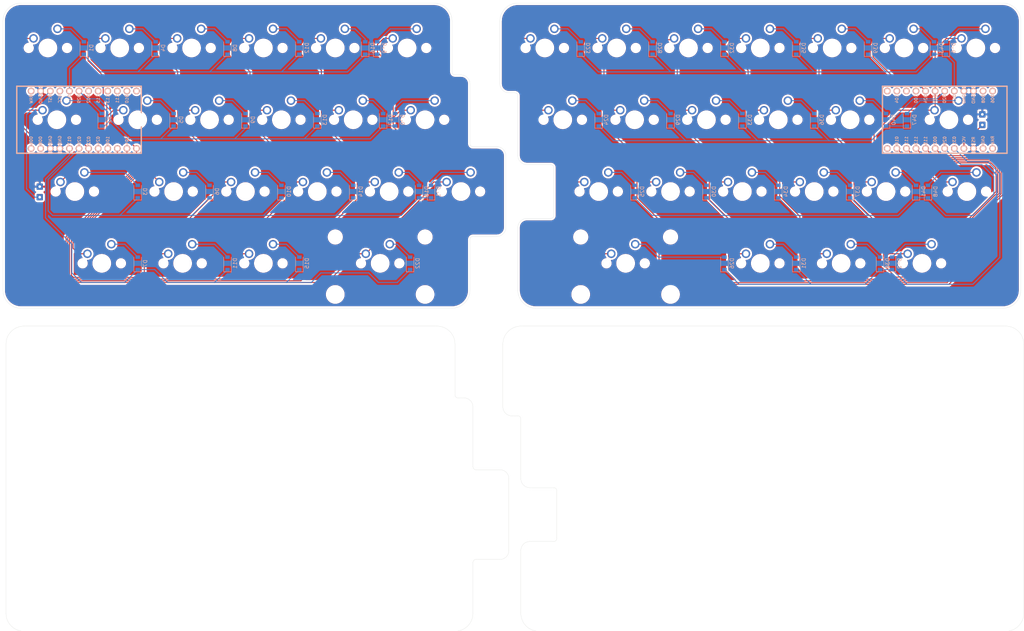
<source format=kicad_pcb>
(kicad_pcb (version 20171130) (host pcbnew 5.1.9)
  (layers (0 F.Cu signal hide) (31 B.Cu signal) (34 B.Paste user) (35 F.Paste user) (36 B.SilkS user) (37 F.SilkS user) (38 B.Mask user) (39 F.Mask user) (44 Edge.Cuts user))
  (net 0 "")
  (net 1 "Net-(U1-Pad1)")
  (net 2 "Net-(U1-Pad2)")
  (net 3 "Net-(U1-Pad13)")
  (net 4 "Net-(U1-Pad14)")
  (net 5 "Net-(U1-Pad15)")
  (net 6 "Net-(U1-Pad16)")
  (net 7 "Net-(U1-Pad17)")
  (net 8 "Net-(U1-Pad18)")
  (net 9 "Net-(U1-Pad21)")
  (net 10 "Net-(U1-Pad24)")
  (net 11 "Net-(D1-Pad2)")
  (net 12 LRow1)
  (net 13 "Net-(D2-Pad2)")
  (net 14 LRow2)
  (net 15 "Net-(D3-Pad2)")
  (net 16 LRow3)
  (net 17 "Net-(D4-Pad2)")
  (net 18 "Net-(D5-Pad2)")
  (net 19 "Net-(D6-Pad2)")
  (net 20 "Net-(D7-Pad2)")
  (net 21 LRow4)
  (net 22 "Net-(D8-Pad2)")
  (net 23 "Net-(D9-Pad2)")
  (net 24 "Net-(D10-Pad2)")
  (net 25 "Net-(D11-Pad2)")
  (net 26 "Net-(D12-Pad2)")
  (net 27 "Net-(D13-Pad2)")
  (net 28 "Net-(D14-Pad2)")
  (net 29 "Net-(D15-Pad2)")
  (net 30 "Net-(D16-Pad2)")
  (net 31 "Net-(D17-Pad2)")
  (net 32 "Net-(D18-Pad2)")
  (net 33 "Net-(D19-Pad2)")
  (net 34 "Net-(D20-Pad2)")
  (net 35 "Net-(D21-Pad2)")
  (net 36 "Net-(D22-Pad2)")
  (net 37 "Net-(D23-Pad2)")
  (net 38 RRow1)
  (net 39 "Net-(D24-Pad2)")
  (net 40 RRow2)
  (net 41 "Net-(D25-Pad2)")
  (net 42 RRow3)
  (net 43 "Net-(D26-Pad2)")
  (net 44 RRow4)
  (net 45 "Net-(D28-Pad2)")
  (net 46 "Net-(D29-Pad2)")
  (net 47 "Net-(D30-Pad2)")
  (net 48 "Net-(D31-Pad2)")
  (net 49 "Net-(D32-Pad2)")
  (net 50 "Net-(D33-Pad2)")
  (net 51 "Net-(D34-Pad2)")
  (net 52 "Net-(D35-Pad2)")
  (net 53 "Net-(D36-Pad2)")
  (net 54 "Net-(D37-Pad2)")
  (net 55 "Net-(D38-Pad2)")
  (net 56 "Net-(D39-Pad2)")
  (net 57 "Net-(D40-Pad2)")
  (net 58 "Net-(D41-Pad2)")
  (net 59 "Net-(D42-Pad2)")
  (net 60 "Net-(D43-Pad2)")
  (net 61 "Net-(D46-Pad2)")
  (net 62 "Net-(D47-Pad2)")
  (net 63 "Net-(D48-Pad2)")
  (net 64 LCol4)
  (net 65 LCol5)
  (net 66 LCol2)
  (net 67 LCol3)
  (net 68 LCol1)
  (net 69 LCol6)
  (net 70 RCol1)
  (net 71 RCol5)
  (net 72 RCol3)
  (net 73 RCol7)
  (net 74 RCol2)
  (net 75 RCol4)
  (net 76 RCol6)
  (net 77 "Net-(U2-Pad1)")
  (net 78 "Net-(U2-Pad2)")
  (net 79 "Net-(U2-Pad9)")
  (net 80 "Net-(U2-Pad10)")
  (net 81 "Net-(U2-Pad11)")
  (net 82 "Net-(U2-Pad13)")
  (net 83 "Net-(U2-Pad23)")
  (net 84 "Net-(U2-Pad12)")
  (net 85 "Net-(U2-Pad24)")
  (net 86 GND)
  (net 87 RGND)
  (net 88 "Net-(Reset1-Pad1)")
  (net 89 "Net-(RReset1-Pad1)")
  (module Connector_Wire:SolderWire-0.15sqmm_1x01_D0.5mm_OD1.5mm (layer F.Cu) (at 276.352 46.609)
    (fp_text reference RReset1 hide)
    (fp_text value Conn_01x01_Female)
    (pad 1 thru_hole roundrect (at 0 0) (size 1.7 1.7) (drill 0.7) (layers *.Cu *.Mask) (roundrect_rratio 0.147059) (net 89 "Net-(RReset1-Pad1)"))
  )
  (module Connector_Wire:SolderWire-0.15sqmm_1x01_D0.5mm_OD1.5mm (layer F.Cu) (at 276.352 43.815)
    (fp_text reference RGND1 hide)
    (fp_text value Conn_01x01_Female)
    (pad 1 thru_hole roundrect (at 0 0) (size 1.7 1.7) (drill 0.7) (layers *.Cu *.Mask) (roundrect_rratio 0.147059) (net 87 RGND))
  )
  (module Connector_Wire:SolderWire-0.15sqmm_1x01_D0.5mm_OD1.5mm (layer F.Cu) (at 26.416 65.786)
    (fp_text reference Reset1 hide)
    (fp_text value Conn_01x01_Female)
    (pad 1 thru_hole roundrect (at 0 0) (size 1.7 1.7) (drill 0.7) (layers *.Cu *.Mask) (roundrect_rratio 0.147059) (net 88 "Net-(Reset1-Pad1)"))
  )
  (module Connector_Wire:SolderWire-0.15sqmm_1x01_D0.5mm_OD1.5mm (layer F.Cu) (at 26.416 62.992)
    (fp_text reference GND1 hide)
    (fp_text value Conn_01x01_Female)
    (pad 1 thru_hole roundrect (at 0 0) (size 1.7 1.7) (drill 0.7) (layers *.Cu *.Mask) (roundrect_rratio 0.147059) (net 86 GND))
  )
  (module MX_Alps_Hybrid:MXOnly-1.75U-NoLED (layer F.Cu) (at 35.71875 64.29375)
    (fp_text reference MXL3,1)
    (fp_text value MX-NoLED)
    (pad 2 thru_hole circle (at 2.54 -5.08) (size 2.25 2.25) (drill 1.47) (layers *.Cu B.Mask) (net 15 "Net-(D3-Pad2)"))
    (pad "" np_thru_hole circle (at 0 0) (size 3.9878 3.9878) (drill 3.9878) (layers *.Cu *.Mask))
    (pad 1 thru_hole circle (at -3.81 -2.54) (size 2.25 2.25) (drill 1.47) (layers *.Cu B.Mask) (net 68 LCol1))
    (pad "" np_thru_hole circle (at -5.08 0 48.0996) (size 1.75 1.75) (drill 1.75) (layers *.Cu *.Mask))
    (pad "" np_thru_hole circle (at 5.08 0 48.0996) (size 1.75 1.75) (drill 1.75) (layers *.Cu *.Mask))
  )
  (module nice-nano-kicad:nice_nano (layer F.Cu) (at 265.1125 45.24375 180)
    (fp_text reference U2 hide)
    (fp_text value nice_nano hide)
    (fp_text user 008 (at -11.5 5.53719 90) (layer B.SilkS) (effects (font (size 0.8 0.8)) (justify mirror)))
    (fp_text user 020 (at -1.2 5.53719 90) (layer B.SilkS) (effects (font (size 0.8 0.8)) (justify mirror)))
    (fp_text user 017 (at -3.81 5.53719 90) (layer B.SilkS) (effects (font (size 0.8 0.8)) (justify mirror)))
    (fp_text user GND (at -6.35 5.461 90) (layer B.SilkS) (effects (font (size 0.8 0.8)) (justify mirror)))
    (fp_text user GND (at -8.89 5.461 90) (layer B.SilkS) (effects (font (size 0.8 0.8)) (justify mirror)))
    (fp_text user 022 (at 1.3 5.53719 90) (layer B.SilkS) (effects (font (size 0.8 0.8)) (justify mirror)))
    (fp_text user 024 (at 3.8 5.53719 90) (layer B.SilkS) (effects (font (size 0.8 0.8)) (justify mirror)))
    (fp_text user 100 (at 6.35 5.53719 90) (layer B.SilkS) (effects (font (size 0.8 0.8)) (justify mirror)))
    (fp_text user 104 (at 11.43 5.53719 90) (layer B.SilkS) (effects (font (size 0.8 0.8)) (justify mirror)))
    (fp_text user 111 (at 8.89 -5.537191 90) (layer B.SilkS) (effects (font (size 0.8 0.8)) (justify mirror)))
    (fp_text user 113 (at 6.35 -5.537191 90) (layer B.SilkS) (effects (font (size 0.8 0.8)) (justify mirror)))
    (fp_text user 031 (at -3.81 -5.537191 90) (layer B.SilkS) (effects (font (size 0.8 0.8)) (justify mirror)))
    (fp_text user VCC (at -6.35 -5.537191 90) (layer B.SilkS) (effects (font (size 0.8 0.8)) (justify mirror)))
    (fp_text user GND (at -11.43 -5.454667 90) (layer B.SilkS) (effects (font (size 0.8 0.8)) (justify mirror)))
    (fp_text user RAW (at -13.97 -5.473715 90) (layer B.SilkS) (effects (font (size 0.8 0.8)) (justify mirror)))
    (fp_text user 029 (at -1.27 -5.537191 90) (layer B.SilkS) (effects (font (size 0.8 0.8)) (justify mirror)))
    (fp_text user 002 (at 1.27 -5.537191 90) (layer B.SilkS) (effects (font (size 0.8 0.8)) (justify mirror)))
    (fp_text user 115 (at 3.81 -5.537191 90) (layer B.SilkS) (effects (font (size 0.8 0.8)) (justify mirror)))
    (fp_text user 010 (at 11.43 -5.537191 90) (layer B.SilkS) (effects (font (size 0.8 0.8)) (justify mirror)))
    (fp_text user 006 (at -13.97 5.53719 90) (layer B.SilkS) (effects (font (size 0.8 0.8)) (justify mirror)))
    (fp_text user RST (at -8.89 -5.588 90) (layer B.SilkS) (effects (font (size 0.8 0.8)) (justify mirror)))
    (pad 1 thru_hole circle (at -13.97 7.62 180) (size 1.7526 1.7526) (drill 1.0922) (layers *.Cu *.Mask B.SilkS) (net 77 "Net-(U2-Pad1)"))
    (pad 2 thru_hole circle (at -11.43 7.62 180) (size 1.7526 1.7526) (drill 1.0922) (layers *.Cu *.Mask B.SilkS) (net 78 "Net-(U2-Pad2)"))
    (pad 3 thru_hole circle (at -8.89 7.62 180) (size 1.7526 1.7526) (drill 1.0922) (layers *.Cu *.Mask B.SilkS) (net 87 RGND))
    (pad 4 thru_hole circle (at -6.35 7.62 180) (size 1.7526 1.7526) (drill 1.0922) (layers *.Cu *.Mask B.SilkS) (net 87 RGND))
    (pad 5 thru_hole circle (at -3.81 7.62 180) (size 1.7526 1.7526) (drill 1.0922) (layers *.Cu *.Mask B.SilkS) (net 38 RRow1))
    (pad 6 thru_hole circle (at -1.27 7.62 180) (size 1.7526 1.7526) (drill 1.0922) (layers *.Cu *.Mask B.SilkS) (net 40 RRow2))
    (pad 7 thru_hole circle (at 1.27 7.62 180) (size 1.7526 1.7526) (drill 1.0922) (layers *.Cu *.Mask B.SilkS) (net 73 RCol7))
    (pad 8 thru_hole circle (at 3.81 7.62 180) (size 1.7526 1.7526) (drill 1.0922) (layers *.Cu *.Mask B.SilkS) (net 76 RCol6))
    (pad 9 thru_hole circle (at 6.35 7.62 180) (size 1.7526 1.7526) (drill 1.0922) (layers *.Cu *.Mask B.SilkS) (net 79 "Net-(U2-Pad9)"))
    (pad 10 thru_hole circle (at 8.89 7.62 180) (size 1.7526 1.7526) (drill 1.0922) (layers *.Cu *.Mask B.SilkS) (net 80 "Net-(U2-Pad10)"))
    (pad 11 thru_hole circle (at 11.43 7.62 180) (size 1.7526 1.7526) (drill 1.0922) (layers *.Cu *.Mask B.SilkS) (net 81 "Net-(U2-Pad11)"))
    (pad 13 thru_hole circle (at 13.97 -7.62 180) (size 1.7526 1.7526) (drill 1.0922) (layers *.Cu *.Mask B.SilkS) (net 82 "Net-(U2-Pad13)"))
    (pad 14 thru_hole circle (at 11.43 -7.62 180) (size 1.7526 1.7526) (drill 1.0922) (layers *.Cu *.Mask B.SilkS) (net 71 RCol5))
    (pad 15 thru_hole circle (at 8.89 -7.62 180) (size 1.7526 1.7526) (drill 1.0922) (layers *.Cu *.Mask B.SilkS) (net 75 RCol4))
    (pad 16 thru_hole circle (at 6.35 -7.62 180) (size 1.7526 1.7526) (drill 1.0922) (layers *.Cu *.Mask B.SilkS) (net 72 RCol3))
    (pad 17 thru_hole circle (at 3.81 -7.62 180) (size 1.7526 1.7526) (drill 1.0922) (layers *.Cu *.Mask B.SilkS) (net 74 RCol2))
    (pad 18 thru_hole circle (at 1.27 -7.62 180) (size 1.7526 1.7526) (drill 1.0922) (layers *.Cu *.Mask B.SilkS) (net 70 RCol1))
    (pad 19 thru_hole circle (at -1.27 -7.62 180) (size 1.7526 1.7526) (drill 1.0922) (layers *.Cu *.Mask B.SilkS) (net 42 RRow3))
    (pad 20 thru_hole circle (at -3.81 -7.62 180) (size 1.7526 1.7526) (drill 1.0922) (layers *.Cu *.Mask B.SilkS) (net 44 RRow4))
    (pad 21 thru_hole circle (at -6.35 -7.62 180) (size 1.7526 1.7526) (drill 1.0922) (layers *.Cu *.Mask B.SilkS) (net 89 "Net-(RReset1-Pad1)"))
    (pad 22 thru_hole circle (at -8.89 -7.62 180) (size 1.7526 1.7526) (drill 1.0922) (layers *.Cu *.Mask B.SilkS) (net 87 RGND))
    (pad 23 thru_hole circle (at -11.43 -7.62 180) (size 1.7526 1.7526) (drill 1.0922) (layers *.Cu *.Mask B.SilkS) (net 83 "Net-(U2-Pad23)"))
    (pad 12 thru_hole circle (at 13.97 7.62 180) (size 1.7526 1.7526) (drill 1.0922) (layers *.Cu *.Mask B.SilkS) (net 84 "Net-(U2-Pad12)"))
    (pad 24 thru_hole circle (at -13.97 -7.62 180) (size 1.7526 1.7526) (drill 1.0922) (layers *.Cu *.Mask B.SilkS) (net 85 "Net-(U2-Pad24)"))
  )
  (module nice-nano-kicad:nice_nano (layer F.Cu) (at 38.1 45.24375)
    (fp_text reference U1 hide)
    (fp_text value nice_nano hide)
    (fp_text user 008 (at -11.5 5.53719 90) (layer B.SilkS) (effects (font (size 0.8 0.8)) (justify mirror)))
    (fp_text user 020 (at -1.2 5.53719 90) (layer B.SilkS) (effects (font (size 0.8 0.8)) (justify mirror)))
    (fp_text user 017 (at -3.81 5.53719 90) (layer B.SilkS) (effects (font (size 0.8 0.8)) (justify mirror)))
    (fp_text user GND (at -6.35 5.461 90) (layer B.SilkS) (effects (font (size 0.8 0.8)) (justify mirror)))
    (fp_text user GND (at -8.89 5.461 90) (layer B.SilkS) (effects (font (size 0.8 0.8)) (justify mirror)))
    (fp_text user 022 (at 1.3 5.53719 90) (layer B.SilkS) (effects (font (size 0.8 0.8)) (justify mirror)))
    (fp_text user 024 (at 3.8 5.53719 90) (layer B.SilkS) (effects (font (size 0.8 0.8)) (justify mirror)))
    (fp_text user 100 (at 6.35 5.53719 90) (layer B.SilkS) (effects (font (size 0.8 0.8)) (justify mirror)))
    (fp_text user 104 (at 11.43 5.53719 90) (layer B.SilkS) (effects (font (size 0.8 0.8)) (justify mirror)))
    (fp_text user 111 (at 8.89 -5.537191 90) (layer B.SilkS) (effects (font (size 0.8 0.8)) (justify mirror)))
    (fp_text user 113 (at 6.35 -5.537191 90) (layer B.SilkS) (effects (font (size 0.8 0.8)) (justify mirror)))
    (fp_text user 031 (at -3.81 -5.537191 90) (layer B.SilkS) (effects (font (size 0.8 0.8)) (justify mirror)))
    (fp_text user VCC (at -6.35 -5.537191 90) (layer B.SilkS) (effects (font (size 0.8 0.8)) (justify mirror)))
    (fp_text user GND (at -11.43 -5.454667 90) (layer B.SilkS) (effects (font (size 0.8 0.8)) (justify mirror)))
    (fp_text user RAW (at -13.97 -5.473715 90) (layer B.SilkS) (effects (font (size 0.8 0.8)) (justify mirror)))
    (fp_text user 029 (at -1.27 -5.537191 90) (layer B.SilkS) (effects (font (size 0.8 0.8)) (justify mirror)))
    (fp_text user 002 (at 1.27 -5.537191 90) (layer B.SilkS) (effects (font (size 0.8 0.8)) (justify mirror)))
    (fp_text user 115 (at 3.81 -5.537191 90) (layer B.SilkS) (effects (font (size 0.8 0.8)) (justify mirror)))
    (fp_text user 010 (at 11.43 -5.537191 90) (layer B.SilkS) (effects (font (size 0.8 0.8)) (justify mirror)))
    (fp_text user 006 (at -13.97 5.53719 90) (layer B.SilkS) (effects (font (size 0.8 0.8)) (justify mirror)))
    (fp_text user RST (at -8.89 -5.588 90) (layer B.SilkS) (effects (font (size 0.8 0.8)) (justify mirror)))
    (pad 1 thru_hole circle (at -13.97 7.62) (size 1.7526 1.7526) (drill 1.0922) (layers *.Cu *.Mask B.SilkS) (net 1 "Net-(U1-Pad1)"))
    (pad 2 thru_hole circle (at -11.43 7.62) (size 1.7526 1.7526) (drill 1.0922) (layers *.Cu *.Mask B.SilkS) (net 2 "Net-(U1-Pad2)"))
    (pad 3 thru_hole circle (at -8.89 7.62) (size 1.7526 1.7526) (drill 1.0922) (layers *.Cu *.Mask B.SilkS) (net 86 GND))
    (pad 4 thru_hole circle (at -6.35 7.62) (size 1.7526 1.7526) (drill 1.0922) (layers *.Cu *.Mask B.SilkS) (net 86 GND))
    (pad 5 thru_hole circle (at -3.81 7.62) (size 1.7526 1.7526) (drill 1.0922) (layers *.Cu *.Mask B.SilkS) (net 21 LRow4))
    (pad 6 thru_hole circle (at -1.27 7.62) (size 1.7526 1.7526) (drill 1.0922) (layers *.Cu *.Mask B.SilkS) (net 16 LRow3))
    (pad 7 thru_hole circle (at 1.27 7.62) (size 1.7526 1.7526) (drill 1.0922) (layers *.Cu *.Mask B.SilkS) (net 68 LCol1))
    (pad 8 thru_hole circle (at 3.81 7.62) (size 1.7526 1.7526) (drill 1.0922) (layers *.Cu *.Mask B.SilkS) (net 69 LCol6))
    (pad 9 thru_hole circle (at 6.35 7.62) (size 1.7526 1.7526) (drill 1.0922) (layers *.Cu *.Mask B.SilkS) (net 65 LCol5))
    (pad 10 thru_hole circle (at 8.89 7.62) (size 1.7526 1.7526) (drill 1.0922) (layers *.Cu *.Mask B.SilkS) (net 64 LCol4))
    (pad 11 thru_hole circle (at 11.43 7.62) (size 1.7526 1.7526) (drill 1.0922) (layers *.Cu *.Mask B.SilkS) (net 67 LCol3))
    (pad 13 thru_hole circle (at 13.97 -7.62) (size 1.7526 1.7526) (drill 1.0922) (layers *.Cu *.Mask B.SilkS) (net 3 "Net-(U1-Pad13)"))
    (pad 14 thru_hole circle (at 11.43 -7.62) (size 1.7526 1.7526) (drill 1.0922) (layers *.Cu *.Mask B.SilkS) (net 4 "Net-(U1-Pad14)"))
    (pad 15 thru_hole circle (at 8.89 -7.62) (size 1.7526 1.7526) (drill 1.0922) (layers *.Cu *.Mask B.SilkS) (net 5 "Net-(U1-Pad15)"))
    (pad 16 thru_hole circle (at 6.35 -7.62) (size 1.7526 1.7526) (drill 1.0922) (layers *.Cu *.Mask B.SilkS) (net 6 "Net-(U1-Pad16)"))
    (pad 17 thru_hole circle (at 3.81 -7.62) (size 1.7526 1.7526) (drill 1.0922) (layers *.Cu *.Mask B.SilkS) (net 7 "Net-(U1-Pad17)"))
    (pad 18 thru_hole circle (at 1.27 -7.62) (size 1.7526 1.7526) (drill 1.0922) (layers *.Cu *.Mask B.SilkS) (net 8 "Net-(U1-Pad18)"))
    (pad 19 thru_hole circle (at -1.27 -7.62) (size 1.7526 1.7526) (drill 1.0922) (layers *.Cu *.Mask B.SilkS) (net 14 LRow2))
    (pad 20 thru_hole circle (at -3.81 -7.62) (size 1.7526 1.7526) (drill 1.0922) (layers *.Cu *.Mask B.SilkS) (net 12 LRow1))
    (pad 21 thru_hole circle (at -6.35 -7.62) (size 1.7526 1.7526) (drill 1.0922) (layers *.Cu *.Mask B.SilkS) (net 9 "Net-(U1-Pad21)"))
    (pad 22 thru_hole circle (at -8.89 -7.62) (size 1.7526 1.7526) (drill 1.0922) (layers *.Cu *.Mask B.SilkS) (net 88 "Net-(Reset1-Pad1)"))
    (pad 23 thru_hole circle (at -11.43 -7.62) (size 1.7526 1.7526) (drill 1.0922) (layers *.Cu *.Mask B.SilkS) (net 86 GND))
    (pad 12 thru_hole circle (at 13.97 7.62) (size 1.7526 1.7526) (drill 1.0922) (layers *.Cu *.Mask B.SilkS) (net 66 LCol2))
    (pad 24 thru_hole circle (at -13.97 -7.62) (size 1.7526 1.7526) (drill 1.0922) (layers *.Cu *.Mask B.SilkS) (net 10 "Net-(U1-Pad24)"))
  )
  (module MX_Alps_Hybrid:MXOnly-1U-NoLED (layer F.Cu) (at 260.35 83.34375)
    (fp_text reference MXR4,5)
    (fp_text value MX-NoLED)
    (pad 2 thru_hole circle (at 2.54 -5.08) (size 2.25 2.25) (drill 1.47) (layers *.Cu B.Mask) (net 59 "Net-(D42-Pad2)"))
    (pad "" np_thru_hole circle (at 0 0) (size 3.9878 3.9878) (drill 3.9878) (layers *.Cu *.Mask))
    (pad 1 thru_hole circle (at -3.81 -2.54) (size 2.25 2.25) (drill 1.47) (layers *.Cu B.Mask) (net 71 RCol5))
    (pad "" np_thru_hole circle (at -5.08 0 48.0996) (size 1.75 1.75) (drill 1.75) (layers *.Cu *.Mask))
    (pad "" np_thru_hole circle (at 5.08 0 48.0996) (size 1.75 1.75) (drill 1.75) (layers *.Cu *.Mask))
  )
  (module MX_Alps_Hybrid:MXOnly-1.25U-NoLED (layer F.Cu) (at 238.91875 83.34375)
    (fp_text reference MXR4,4)
    (fp_text value MX-NoLED)
    (pad 2 thru_hole circle (at 2.54 -5.08) (size 2.25 2.25) (drill 1.47) (layers *.Cu B.Mask) (net 55 "Net-(D38-Pad2)"))
    (pad "" np_thru_hole circle (at 0 0) (size 3.9878 3.9878) (drill 3.9878) (layers *.Cu *.Mask))
    (pad 1 thru_hole circle (at -3.81 -2.54) (size 2.25 2.25) (drill 1.47) (layers *.Cu B.Mask) (net 75 RCol4))
    (pad "" np_thru_hole circle (at -5.08 0 48.0996) (size 1.75 1.75) (drill 1.75) (layers *.Cu *.Mask))
    (pad "" np_thru_hole circle (at 5.08 0 48.0996) (size 1.75 1.75) (drill 1.75) (layers *.Cu *.Mask))
  )
  (module MX_Alps_Hybrid:MXOnly-2.75U-NoLED (layer F.Cu) (at 181.76875 83.34375)
    (fp_text reference MXR4,1)
    (fp_text value MX-NoLED)
    (pad 2 thru_hole circle (at 2.54 -5.08) (size 2.25 2.25) (drill 1.47) (layers *.Cu B.Mask) (net 43 "Net-(D26-Pad2)"))
    (pad "" np_thru_hole circle (at 0 0) (size 3.9878 3.9878) (drill 3.9878) (layers *.Cu *.Mask))
    (pad 1 thru_hole circle (at -3.81 -2.54) (size 2.25 2.25) (drill 1.47) (layers *.Cu B.Mask) (net 70 RCol1))
    (pad "" np_thru_hole circle (at -5.08 0 48.0996) (size 1.75 1.75) (drill 1.75) (layers *.Cu *.Mask))
    (pad "" np_thru_hole circle (at 5.08 0 48.0996) (size 1.75 1.75) (drill 1.75) (layers *.Cu *.Mask))
    (pad "" np_thru_hole circle (at -11.90625 -6.985) (size 3.048 3.048) (drill 3.048) (layers *.Cu *.Mask))
    (pad "" np_thru_hole circle (at 11.90625 -6.985) (size 3.048 3.048) (drill 3.048) (layers *.Cu *.Mask))
    (pad "" np_thru_hole circle (at -11.90625 8.255) (size 3.9878 3.9878) (drill 3.9878) (layers *.Cu *.Mask))
    (pad "" np_thru_hole circle (at 11.90625 8.255) (size 3.9878 3.9878) (drill 3.9878) (layers *.Cu *.Mask))
  )
  (module MX_Alps_Hybrid:MXOnly-1U-NoLED (layer F.Cu) (at 217.4875 83.34375)
    (fp_text reference MXR4,3)
    (fp_text value MX-NoLED)
    (pad 2 thru_hole circle (at 2.54 -5.08) (size 2.25 2.25) (drill 1.47) (layers *.Cu B.Mask) (net 48 "Net-(D31-Pad2)"))
    (pad "" np_thru_hole circle (at 0 0) (size 3.9878 3.9878) (drill 3.9878) (layers *.Cu *.Mask))
    (pad 1 thru_hole circle (at -3.81 -2.54) (size 2.25 2.25) (drill 1.47) (layers *.Cu B.Mask) (net 72 RCol3))
    (pad "" np_thru_hole circle (at -5.08 0 48.0996) (size 1.75 1.75) (drill 1.75) (layers *.Cu *.Mask))
    (pad "" np_thru_hole circle (at 5.08 0 48.0996) (size 1.75 1.75) (drill 1.75) (layers *.Cu *.Mask))
  )
  (module MX_Alps_Hybrid:MXOnly-1U-NoLED (layer F.Cu) (at 231.775 64.29375)
    (fp_text reference MXR3,4)
    (fp_text value MX-NoLED)
    (pad 2 thru_hole circle (at 2.54 -5.08) (size 2.25 2.25) (drill 1.47) (layers *.Cu B.Mask) (net 54 "Net-(D37-Pad2)"))
    (pad "" np_thru_hole circle (at 0 0) (size 3.9878 3.9878) (drill 3.9878) (layers *.Cu *.Mask))
    (pad 1 thru_hole circle (at -3.81 -2.54) (size 2.25 2.25) (drill 1.47) (layers *.Cu B.Mask) (net 75 RCol4))
    (pad "" np_thru_hole circle (at -5.08 0 48.0996) (size 1.75 1.75) (drill 1.75) (layers *.Cu *.Mask))
    (pad "" np_thru_hole circle (at 5.08 0 48.0996) (size 1.75 1.75) (drill 1.75) (layers *.Cu *.Mask))
  )
  (module MX_Alps_Hybrid:MXOnly-1U-NoLED (layer F.Cu) (at 250.825 64.29375)
    (fp_text reference MXR3,5)
    (fp_text value MX-NoLED)
    (pad 2 thru_hole circle (at 2.54 -5.08) (size 2.25 2.25) (drill 1.47) (layers *.Cu B.Mask) (net 58 "Net-(D41-Pad2)"))
    (pad "" np_thru_hole circle (at 0 0) (size 3.9878 3.9878) (drill 3.9878) (layers *.Cu *.Mask))
    (pad 1 thru_hole circle (at -3.81 -2.54) (size 2.25 2.25) (drill 1.47) (layers *.Cu B.Mask) (net 71 RCol5))
    (pad "" np_thru_hole circle (at -5.08 0 48.0996) (size 1.75 1.75) (drill 1.75) (layers *.Cu *.Mask))
    (pad "" np_thru_hole circle (at 5.08 0 48.0996) (size 1.75 1.75) (drill 1.75) (layers *.Cu *.Mask))
  )
  (module MX_Alps_Hybrid:MXOnly-1.25U-NoLED (layer F.Cu) (at 272.25625 64.29375)
    (fp_text reference MXR3,7)
    (fp_text value MX-NoLED)
    (pad 2 thru_hole circle (at 2.54 -5.08) (size 2.25 2.25) (drill 1.47) (layers *.Cu B.Mask) (net 63 "Net-(D48-Pad2)"))
    (pad "" np_thru_hole circle (at 0 0) (size 3.9878 3.9878) (drill 3.9878) (layers *.Cu *.Mask))
    (pad 1 thru_hole circle (at -3.81 -2.54) (size 2.25 2.25) (drill 1.47) (layers *.Cu B.Mask) (net 73 RCol7))
    (pad "" np_thru_hole circle (at -5.08 0 48.0996) (size 1.75 1.75) (drill 1.75) (layers *.Cu *.Mask))
    (pad "" np_thru_hole circle (at 5.08 0 48.0996) (size 1.75 1.75) (drill 1.75) (layers *.Cu *.Mask))
  )
  (module MX_Alps_Hybrid:MXOnly-1U-NoLED (layer F.Cu) (at 212.725 64.29375)
    (fp_text reference MXR3,3)
    (fp_text value MX-NoLED)
    (pad 2 thru_hole circle (at 2.54 -5.08) (size 2.25 2.25) (drill 1.47) (layers *.Cu B.Mask) (net 51 "Net-(D34-Pad2)"))
    (pad "" np_thru_hole circle (at 0 0) (size 3.9878 3.9878) (drill 3.9878) (layers *.Cu *.Mask))
    (pad 1 thru_hole circle (at -3.81 -2.54) (size 2.25 2.25) (drill 1.47) (layers *.Cu B.Mask) (net 72 RCol3))
    (pad "" np_thru_hole circle (at -5.08 0 48.0996) (size 1.75 1.75) (drill 1.75) (layers *.Cu *.Mask))
    (pad "" np_thru_hole circle (at 5.08 0 48.0996) (size 1.75 1.75) (drill 1.75) (layers *.Cu *.Mask))
  )
  (module MX_Alps_Hybrid:MXOnly-1U-NoLED (layer F.Cu) (at 193.675 64.29375)
    (fp_text reference MXR3,2)
    (fp_text value MX-NoLED)
    (pad 2 thru_hole circle (at 2.54 -5.08) (size 2.25 2.25) (drill 1.47) (layers *.Cu B.Mask) (net 47 "Net-(D30-Pad2)"))
    (pad "" np_thru_hole circle (at 0 0) (size 3.9878 3.9878) (drill 3.9878) (layers *.Cu *.Mask))
    (pad 1 thru_hole circle (at -3.81 -2.54) (size 2.25 2.25) (drill 1.47) (layers *.Cu B.Mask) (net 74 RCol2))
    (pad "" np_thru_hole circle (at -5.08 0 48.0996) (size 1.75 1.75) (drill 1.75) (layers *.Cu *.Mask))
    (pad "" np_thru_hole circle (at 5.08 0 48.0996) (size 1.75 1.75) (drill 1.75) (layers *.Cu *.Mask))
  )
  (module MX_Alps_Hybrid:MXOnly-1U-NoLED (layer F.Cu) (at 174.625 64.29375)
    (fp_text reference MXR3,1)
    (fp_text value MX-NoLED)
    (pad 2 thru_hole circle (at 2.54 -5.08) (size 2.25 2.25) (drill 1.47) (layers *.Cu B.Mask) (net 41 "Net-(D25-Pad2)"))
    (pad "" np_thru_hole circle (at 0 0) (size 3.9878 3.9878) (drill 3.9878) (layers *.Cu *.Mask))
    (pad 1 thru_hole circle (at -3.81 -2.54) (size 2.25 2.25) (drill 1.47) (layers *.Cu B.Mask) (net 70 RCol1))
    (pad "" np_thru_hole circle (at -5.08 0 48.0996) (size 1.75 1.75) (drill 1.75) (layers *.Cu *.Mask))
    (pad "" np_thru_hole circle (at 5.08 0 48.0996) (size 1.75 1.75) (drill 1.75) (layers *.Cu *.Mask))
  )
  (module MX_Alps_Hybrid:MXOnly-1U-NoLED (layer F.Cu) (at 184.15 45.24375)
    (fp_text reference MXR2,2)
    (fp_text value MX-NoLED)
    (pad 2 thru_hole circle (at 2.54 -5.08) (size 2.25 2.25) (drill 1.47) (layers *.Cu B.Mask) (net 46 "Net-(D29-Pad2)"))
    (pad "" np_thru_hole circle (at 0 0) (size 3.9878 3.9878) (drill 3.9878) (layers *.Cu *.Mask))
    (pad 1 thru_hole circle (at -3.81 -2.54) (size 2.25 2.25) (drill 1.47) (layers *.Cu B.Mask) (net 74 RCol2))
    (pad "" np_thru_hole circle (at -5.08 0 48.0996) (size 1.75 1.75) (drill 1.75) (layers *.Cu *.Mask))
    (pad "" np_thru_hole circle (at 5.08 0 48.0996) (size 1.75 1.75) (drill 1.75) (layers *.Cu *.Mask))
  )
  (module MX_Alps_Hybrid:MXOnly-1.75U-NoLED (layer F.Cu) (at 267.49375 45.24375)
    (fp_text reference MXR2,7)
    (fp_text value MX-NoLED)
    (pad 2 thru_hole circle (at 2.54 -5.08) (size 2.25 2.25) (drill 1.47) (layers *.Cu B.Mask) (net 62 "Net-(D47-Pad2)"))
    (pad "" np_thru_hole circle (at 0 0) (size 3.9878 3.9878) (drill 3.9878) (layers *.Cu *.Mask))
    (pad 1 thru_hole circle (at -3.81 -2.54) (size 2.25 2.25) (drill 1.47) (layers *.Cu B.Mask) (net 73 RCol7))
    (pad "" np_thru_hole circle (at -5.08 0 48.0996) (size 1.75 1.75) (drill 1.75) (layers *.Cu *.Mask))
    (pad "" np_thru_hole circle (at 5.08 0 48.0996) (size 1.75 1.75) (drill 1.75) (layers *.Cu *.Mask))
  )
  (module MX_Alps_Hybrid:MXOnly-1U-NoLED (layer F.Cu) (at 165.1 45.24375)
    (fp_text reference MXR2,1)
    (fp_text value MX-NoLED)
    (pad 2 thru_hole circle (at 2.54 -5.08) (size 2.25 2.25) (drill 1.47) (layers *.Cu B.Mask) (net 39 "Net-(D24-Pad2)"))
    (pad "" np_thru_hole circle (at 0 0) (size 3.9878 3.9878) (drill 3.9878) (layers *.Cu *.Mask))
    (pad 1 thru_hole circle (at -3.81 -2.54) (size 2.25 2.25) (drill 1.47) (layers *.Cu B.Mask) (net 70 RCol1))
    (pad "" np_thru_hole circle (at -5.08 0 48.0996) (size 1.75 1.75) (drill 1.75) (layers *.Cu *.Mask))
    (pad "" np_thru_hole circle (at 5.08 0 48.0996) (size 1.75 1.75) (drill 1.75) (layers *.Cu *.Mask))
  )
  (module MX_Alps_Hybrid:MXOnly-1U-NoLED (layer F.Cu) (at 241.3 45.24375)
    (fp_text reference MXR2,5)
    (fp_text value MX-NoLED)
    (pad 2 thru_hole circle (at 2.54 -5.08) (size 2.25 2.25) (drill 1.47) (layers *.Cu B.Mask) (net 57 "Net-(D40-Pad2)"))
    (pad "" np_thru_hole circle (at 0 0) (size 3.9878 3.9878) (drill 3.9878) (layers *.Cu *.Mask))
    (pad 1 thru_hole circle (at -3.81 -2.54) (size 2.25 2.25) (drill 1.47) (layers *.Cu B.Mask) (net 71 RCol5))
    (pad "" np_thru_hole circle (at -5.08 0 48.0996) (size 1.75 1.75) (drill 1.75) (layers *.Cu *.Mask))
    (pad "" np_thru_hole circle (at 5.08 0 48.0996) (size 1.75 1.75) (drill 1.75) (layers *.Cu *.Mask))
  )
  (module MX_Alps_Hybrid:MXOnly-1U-NoLED (layer F.Cu) (at 222.25 45.24375)
    (fp_text reference MXR2,4)
    (fp_text value MX-NoLED)
    (pad 2 thru_hole circle (at 2.54 -5.08) (size 2.25 2.25) (drill 1.47) (layers *.Cu B.Mask) (net 53 "Net-(D36-Pad2)"))
    (pad "" np_thru_hole circle (at 0 0) (size 3.9878 3.9878) (drill 3.9878) (layers *.Cu *.Mask))
    (pad 1 thru_hole circle (at -3.81 -2.54) (size 2.25 2.25) (drill 1.47) (layers *.Cu B.Mask) (net 75 RCol4))
    (pad "" np_thru_hole circle (at -5.08 0 48.0996) (size 1.75 1.75) (drill 1.75) (layers *.Cu *.Mask))
    (pad "" np_thru_hole circle (at 5.08 0 48.0996) (size 1.75 1.75) (drill 1.75) (layers *.Cu *.Mask))
  )
  (module MX_Alps_Hybrid:MXOnly-1U-NoLED (layer F.Cu) (at 203.2 45.24375)
    (fp_text reference MXR2,3)
    (fp_text value MX-NoLED)
    (pad 2 thru_hole circle (at 2.54 -5.08) (size 2.25 2.25) (drill 1.47) (layers *.Cu B.Mask) (net 50 "Net-(D33-Pad2)"))
    (pad "" np_thru_hole circle (at 0 0) (size 3.9878 3.9878) (drill 3.9878) (layers *.Cu *.Mask))
    (pad 1 thru_hole circle (at -3.81 -2.54) (size 2.25 2.25) (drill 1.47) (layers *.Cu B.Mask) (net 72 RCol3))
    (pad "" np_thru_hole circle (at -5.08 0 48.0996) (size 1.75 1.75) (drill 1.75) (layers *.Cu *.Mask))
    (pad "" np_thru_hole circle (at 5.08 0 48.0996) (size 1.75 1.75) (drill 1.75) (layers *.Cu *.Mask))
  )
  (module MX_Alps_Hybrid:MXOnly-1U-NoLED (layer F.Cu) (at 255.5875 26.19375)
    (fp_text reference MXR1,6)
    (fp_text value MX-NoLED)
    (pad 2 thru_hole circle (at 2.54 -5.08) (size 2.25 2.25) (drill 1.47) (layers *.Cu B.Mask) (net 60 "Net-(D43-Pad2)"))
    (pad "" np_thru_hole circle (at 0 0) (size 3.9878 3.9878) (drill 3.9878) (layers *.Cu *.Mask))
    (pad 1 thru_hole circle (at -3.81 -2.54) (size 2.25 2.25) (drill 1.47) (layers *.Cu B.Mask) (net 76 RCol6))
    (pad "" np_thru_hole circle (at -5.08 0 48.0996) (size 1.75 1.75) (drill 1.75) (layers *.Cu *.Mask))
    (pad "" np_thru_hole circle (at 5.08 0 48.0996) (size 1.75 1.75) (drill 1.75) (layers *.Cu *.Mask))
  )
  (module MX_Alps_Hybrid:MXOnly-1U-NoLED (layer F.Cu) (at 217.4875 26.19375)
    (fp_text reference MXR1,4)
    (fp_text value MX-NoLED)
    (pad 2 thru_hole circle (at 2.54 -5.08) (size 2.25 2.25) (drill 1.47) (layers *.Cu B.Mask) (net 52 "Net-(D35-Pad2)"))
    (pad "" np_thru_hole circle (at 0 0) (size 3.9878 3.9878) (drill 3.9878) (layers *.Cu *.Mask))
    (pad 1 thru_hole circle (at -3.81 -2.54) (size 2.25 2.25) (drill 1.47) (layers *.Cu B.Mask) (net 75 RCol4))
    (pad "" np_thru_hole circle (at -5.08 0 48.0996) (size 1.75 1.75) (drill 1.75) (layers *.Cu *.Mask))
    (pad "" np_thru_hole circle (at 5.08 0 48.0996) (size 1.75 1.75) (drill 1.75) (layers *.Cu *.Mask))
  )
  (module MX_Alps_Hybrid:MXOnly-1U-NoLED (layer F.Cu) (at 179.3875 26.19375)
    (fp_text reference MXR1,2)
    (fp_text value MX-NoLED)
    (pad 2 thru_hole circle (at 2.54 -5.08) (size 2.25 2.25) (drill 1.47) (layers *.Cu B.Mask) (net 45 "Net-(D28-Pad2)"))
    (pad "" np_thru_hole circle (at 0 0) (size 3.9878 3.9878) (drill 3.9878) (layers *.Cu *.Mask))
    (pad 1 thru_hole circle (at -3.81 -2.54) (size 2.25 2.25) (drill 1.47) (layers *.Cu B.Mask) (net 74 RCol2))
    (pad "" np_thru_hole circle (at -5.08 0 48.0996) (size 1.75 1.75) (drill 1.75) (layers *.Cu *.Mask))
    (pad "" np_thru_hole circle (at 5.08 0 48.0996) (size 1.75 1.75) (drill 1.75) (layers *.Cu *.Mask))
  )
  (module MX_Alps_Hybrid:MXOnly-1U-NoLED (layer F.Cu) (at 274.6375 26.19375)
    (fp_text reference MXR1,7)
    (fp_text value MX-NoLED)
    (pad 2 thru_hole circle (at 2.54 -5.08) (size 2.25 2.25) (drill 1.47) (layers *.Cu B.Mask) (net 61 "Net-(D46-Pad2)"))
    (pad "" np_thru_hole circle (at 0 0) (size 3.9878 3.9878) (drill 3.9878) (layers *.Cu *.Mask))
    (pad 1 thru_hole circle (at -3.81 -2.54) (size 2.25 2.25) (drill 1.47) (layers *.Cu B.Mask) (net 73 RCol7))
    (pad "" np_thru_hole circle (at -5.08 0 48.0996) (size 1.75 1.75) (drill 1.75) (layers *.Cu *.Mask))
    (pad "" np_thru_hole circle (at 5.08 0 48.0996) (size 1.75 1.75) (drill 1.75) (layers *.Cu *.Mask))
  )
  (module MX_Alps_Hybrid:MXOnly-1U-NoLED (layer F.Cu) (at 198.4375 26.19375)
    (fp_text reference MXR1,3)
    (fp_text value MX-NoLED)
    (pad 2 thru_hole circle (at 2.54 -5.08) (size 2.25 2.25) (drill 1.47) (layers *.Cu B.Mask) (net 49 "Net-(D32-Pad2)"))
    (pad "" np_thru_hole circle (at 0 0) (size 3.9878 3.9878) (drill 3.9878) (layers *.Cu *.Mask))
    (pad 1 thru_hole circle (at -3.81 -2.54) (size 2.25 2.25) (drill 1.47) (layers *.Cu B.Mask) (net 72 RCol3))
    (pad "" np_thru_hole circle (at -5.08 0 48.0996) (size 1.75 1.75) (drill 1.75) (layers *.Cu *.Mask))
    (pad "" np_thru_hole circle (at 5.08 0 48.0996) (size 1.75 1.75) (drill 1.75) (layers *.Cu *.Mask))
  )
  (module MX_Alps_Hybrid:MXOnly-1U-NoLED (layer F.Cu) (at 236.5375 26.19375)
    (fp_text reference MXR1,5)
    (fp_text value MX-NoLED)
    (pad 2 thru_hole circle (at 2.54 -5.08) (size 2.25 2.25) (drill 1.47) (layers *.Cu B.Mask) (net 56 "Net-(D39-Pad2)"))
    (pad "" np_thru_hole circle (at 0 0) (size 3.9878 3.9878) (drill 3.9878) (layers *.Cu *.Mask))
    (pad 1 thru_hole circle (at -3.81 -2.54) (size 2.25 2.25) (drill 1.47) (layers *.Cu B.Mask) (net 71 RCol5))
    (pad "" np_thru_hole circle (at -5.08 0 48.0996) (size 1.75 1.75) (drill 1.75) (layers *.Cu *.Mask))
    (pad "" np_thru_hole circle (at 5.08 0 48.0996) (size 1.75 1.75) (drill 1.75) (layers *.Cu *.Mask))
  )
  (module MX_Alps_Hybrid:MXOnly-1U-NoLED (layer F.Cu) (at 160.3375 26.19375)
    (fp_text reference MXR1,1)
    (fp_text value MX-NoLED)
    (pad 2 thru_hole circle (at 2.54 -5.08) (size 2.25 2.25) (drill 1.47) (layers *.Cu B.Mask) (net 37 "Net-(D23-Pad2)"))
    (pad "" np_thru_hole circle (at 0 0) (size 3.9878 3.9878) (drill 3.9878) (layers *.Cu *.Mask))
    (pad 1 thru_hole circle (at -3.81 -2.54) (size 2.25 2.25) (drill 1.47) (layers *.Cu B.Mask) (net 70 RCol1))
    (pad "" np_thru_hole circle (at -5.08 0 48.0996) (size 1.75 1.75) (drill 1.75) (layers *.Cu *.Mask))
    (pad "" np_thru_hole circle (at 5.08 0 48.0996) (size 1.75 1.75) (drill 1.75) (layers *.Cu *.Mask))
  )
  (module MX_Alps_Hybrid:MXOnly-1U-NoLED (layer F.Cu) (at 85.725 83.34375)
    (fp_text reference MXL4,4)
    (fp_text value MX-NoLED)
    (pad 2 thru_hole circle (at 2.54 -5.08) (size 2.25 2.25) (drill 1.47) (layers *.Cu B.Mask) (net 29 "Net-(D15-Pad2)"))
    (pad "" np_thru_hole circle (at 0 0) (size 3.9878 3.9878) (drill 3.9878) (layers *.Cu *.Mask))
    (pad 1 thru_hole circle (at -3.81 -2.54) (size 2.25 2.25) (drill 1.47) (layers *.Cu B.Mask) (net 64 LCol4))
    (pad "" np_thru_hole circle (at -5.08 0 48.0996) (size 1.75 1.75) (drill 1.75) (layers *.Cu *.Mask))
    (pad "" np_thru_hole circle (at 5.08 0 48.0996) (size 1.75 1.75) (drill 1.75) (layers *.Cu *.Mask))
  )
  (module MX_Alps_Hybrid:MXOnly-2.25U-NoLED (layer F.Cu) (at 116.68125 83.34375)
    (fp_text reference MXL4,6)
    (fp_text value MX-NoLED)
    (pad 2 thru_hole circle (at 2.54 -5.08) (size 2.25 2.25) (drill 1.47) (layers *.Cu B.Mask) (net 36 "Net-(D22-Pad2)"))
    (pad "" np_thru_hole circle (at 0 0) (size 3.9878 3.9878) (drill 3.9878) (layers *.Cu *.Mask))
    (pad 1 thru_hole circle (at -3.81 -2.54) (size 2.25 2.25) (drill 1.47) (layers *.Cu B.Mask) (net 69 LCol6))
    (pad "" np_thru_hole circle (at -5.08 0 48.0996) (size 1.75 1.75) (drill 1.75) (layers *.Cu *.Mask))
    (pad "" np_thru_hole circle (at 5.08 0 48.0996) (size 1.75 1.75) (drill 1.75) (layers *.Cu *.Mask))
    (pad "" np_thru_hole circle (at -11.90625 -6.985) (size 3.048 3.048) (drill 3.048) (layers *.Cu *.Mask))
    (pad "" np_thru_hole circle (at 11.90625 -6.985) (size 3.048 3.048) (drill 3.048) (layers *.Cu *.Mask))
    (pad "" np_thru_hole circle (at -11.90625 8.255) (size 3.9878 3.9878) (drill 3.9878) (layers *.Cu *.Mask))
    (pad "" np_thru_hole circle (at 11.90625 8.255) (size 3.9878 3.9878) (drill 3.9878) (layers *.Cu *.Mask))
  )
  (module MX_Alps_Hybrid:MXOnly-1U-NoLED (layer F.Cu) (at 42.8625 83.34375)
    (fp_text reference MXL4,2)
    (fp_text value MX-NoLED)
    (pad 2 thru_hole circle (at 2.54 -5.08) (size 2.25 2.25) (drill 1.47) (layers *.Cu B.Mask) (net 20 "Net-(D7-Pad2)"))
    (pad "" np_thru_hole circle (at 0 0) (size 3.9878 3.9878) (drill 3.9878) (layers *.Cu *.Mask))
    (pad 1 thru_hole circle (at -3.81 -2.54) (size 2.25 2.25) (drill 1.47) (layers *.Cu B.Mask) (net 66 LCol2))
    (pad "" np_thru_hole circle (at -5.08 0 48.0996) (size 1.75 1.75) (drill 1.75) (layers *.Cu *.Mask))
    (pad "" np_thru_hole circle (at 5.08 0 48.0996) (size 1.75 1.75) (drill 1.75) (layers *.Cu *.Mask))
  )
  (module MX_Alps_Hybrid:MXOnly-1.25U-NoLED (layer F.Cu) (at 64.29375 83.34375)
    (fp_text reference MXL4,3)
    (fp_text value MX-NoLED)
    (pad 2 thru_hole circle (at 2.54 -5.08) (size 2.25 2.25) (drill 1.47) (layers *.Cu B.Mask) (net 25 "Net-(D11-Pad2)"))
    (pad "" np_thru_hole circle (at 0 0) (size 3.9878 3.9878) (drill 3.9878) (layers *.Cu *.Mask))
    (pad 1 thru_hole circle (at -3.81 -2.54) (size 2.25 2.25) (drill 1.47) (layers *.Cu B.Mask) (net 67 LCol3))
    (pad "" np_thru_hole circle (at -5.08 0 48.0996) (size 1.75 1.75) (drill 1.75) (layers *.Cu *.Mask))
    (pad "" np_thru_hole circle (at 5.08 0 48.0996) (size 1.75 1.75) (drill 1.75) (layers *.Cu *.Mask))
  )
  (module MX_Alps_Hybrid:MXOnly-1U-NoLED (layer F.Cu) (at 80.9625 64.29375)
    (fp_text reference MXL3,3)
    (fp_text value MX-NoLED)
    (pad 2 thru_hole circle (at 2.54 -5.08) (size 2.25 2.25) (drill 1.47) (layers *.Cu B.Mask) (net 24 "Net-(D10-Pad2)"))
    (pad "" np_thru_hole circle (at 0 0) (size 3.9878 3.9878) (drill 3.9878) (layers *.Cu *.Mask))
    (pad 1 thru_hole circle (at -3.81 -2.54) (size 2.25 2.25) (drill 1.47) (layers *.Cu B.Mask) (net 67 LCol3))
    (pad "" np_thru_hole circle (at -5.08 0 48.0996) (size 1.75 1.75) (drill 1.75) (layers *.Cu *.Mask))
    (pad "" np_thru_hole circle (at 5.08 0 48.0996) (size 1.75 1.75) (drill 1.75) (layers *.Cu *.Mask))
  )
  (module MX_Alps_Hybrid:MXOnly-1U-NoLED (layer F.Cu) (at 138.1125 64.29375)
    (fp_text reference MXL3,6)
    (fp_text value MX-NoLED)
    (pad 2 thru_hole circle (at 2.54 -5.08) (size 2.25 2.25) (drill 1.47) (layers *.Cu B.Mask) (net 35 "Net-(D21-Pad2)"))
    (pad "" np_thru_hole circle (at 0 0) (size 3.9878 3.9878) (drill 3.9878) (layers *.Cu *.Mask))
    (pad 1 thru_hole circle (at -3.81 -2.54) (size 2.25 2.25) (drill 1.47) (layers *.Cu B.Mask) (net 69 LCol6))
    (pad "" np_thru_hole circle (at -5.08 0 48.0996) (size 1.75 1.75) (drill 1.75) (layers *.Cu *.Mask))
    (pad "" np_thru_hole circle (at 5.08 0 48.0996) (size 1.75 1.75) (drill 1.75) (layers *.Cu *.Mask))
  )
  (module MX_Alps_Hybrid:MXOnly-1U-NoLED (layer F.Cu) (at 119.0625 64.29375)
    (fp_text reference MXL3,5)
    (fp_text value MX-NoLED)
    (pad 2 thru_hole circle (at 2.54 -5.08) (size 2.25 2.25) (drill 1.47) (layers *.Cu B.Mask) (net 32 "Net-(D18-Pad2)"))
    (pad "" np_thru_hole circle (at 0 0) (size 3.9878 3.9878) (drill 3.9878) (layers *.Cu *.Mask))
    (pad 1 thru_hole circle (at -3.81 -2.54) (size 2.25 2.25) (drill 1.47) (layers *.Cu B.Mask) (net 65 LCol5))
    (pad "" np_thru_hole circle (at -5.08 0 48.0996) (size 1.75 1.75) (drill 1.75) (layers *.Cu *.Mask))
    (pad "" np_thru_hole circle (at 5.08 0 48.0996) (size 1.75 1.75) (drill 1.75) (layers *.Cu *.Mask))
  )
  (module MX_Alps_Hybrid:MXOnly-1U-NoLED (layer F.Cu) (at 100.0125 64.29375)
    (fp_text reference MXL3,4)
    (fp_text value MX-NoLED)
    (pad 2 thru_hole circle (at 2.54 -5.08) (size 2.25 2.25) (drill 1.47) (layers *.Cu B.Mask) (net 28 "Net-(D14-Pad2)"))
    (pad "" np_thru_hole circle (at 0 0) (size 3.9878 3.9878) (drill 3.9878) (layers *.Cu *.Mask))
    (pad 1 thru_hole circle (at -3.81 -2.54) (size 2.25 2.25) (drill 1.47) (layers *.Cu B.Mask) (net 64 LCol4))
    (pad "" np_thru_hole circle (at -5.08 0 48.0996) (size 1.75 1.75) (drill 1.75) (layers *.Cu *.Mask))
    (pad "" np_thru_hole circle (at 5.08 0 48.0996) (size 1.75 1.75) (drill 1.75) (layers *.Cu *.Mask))
  )
  (module MX_Alps_Hybrid:MXOnly-1U-NoLED (layer F.Cu) (at 61.9125 64.29375)
    (fp_text reference MXL3,2)
    (fp_text value MX-NoLED)
    (pad 2 thru_hole circle (at 2.54 -5.08) (size 2.25 2.25) (drill 1.47) (layers *.Cu B.Mask) (net 19 "Net-(D6-Pad2)"))
    (pad "" np_thru_hole circle (at 0 0) (size 3.9878 3.9878) (drill 3.9878) (layers *.Cu *.Mask))
    (pad 1 thru_hole circle (at -3.81 -2.54) (size 2.25 2.25) (drill 1.47) (layers *.Cu B.Mask) (net 66 LCol2))
    (pad "" np_thru_hole circle (at -5.08 0 48.0996) (size 1.75 1.75) (drill 1.75) (layers *.Cu *.Mask))
    (pad "" np_thru_hole circle (at 5.08 0 48.0996) (size 1.75 1.75) (drill 1.75) (layers *.Cu *.Mask))
  )
  (module MX_Alps_Hybrid:MXOnly-1U-NoLED (layer F.Cu) (at 128.5875 45.24375)
    (fp_text reference MXL2,6)
    (fp_text value MX-NoLED)
    (pad 2 thru_hole circle (at 2.54 -5.08) (size 2.25 2.25) (drill 1.47) (layers *.Cu B.Mask) (net 34 "Net-(D20-Pad2)"))
    (pad "" np_thru_hole circle (at 0 0) (size 3.9878 3.9878) (drill 3.9878) (layers *.Cu *.Mask))
    (pad 1 thru_hole circle (at -3.81 -2.54) (size 2.25 2.25) (drill 1.47) (layers *.Cu B.Mask) (net 69 LCol6))
    (pad "" np_thru_hole circle (at -5.08 0 48.0996) (size 1.75 1.75) (drill 1.75) (layers *.Cu *.Mask))
    (pad "" np_thru_hole circle (at 5.08 0 48.0996) (size 1.75 1.75) (drill 1.75) (layers *.Cu *.Mask))
  )
  (module MX_Alps_Hybrid:MXOnly-1U-NoLED (layer F.Cu) (at 109.5375 45.24375)
    (fp_text reference MXL2,5)
    (fp_text value MX-NoLED)
    (pad 2 thru_hole circle (at 2.54 -5.08) (size 2.25 2.25) (drill 1.47) (layers *.Cu B.Mask) (net 31 "Net-(D17-Pad2)"))
    (pad "" np_thru_hole circle (at 0 0) (size 3.9878 3.9878) (drill 3.9878) (layers *.Cu *.Mask))
    (pad 1 thru_hole circle (at -3.81 -2.54) (size 2.25 2.25) (drill 1.47) (layers *.Cu B.Mask) (net 65 LCol5))
    (pad "" np_thru_hole circle (at -5.08 0 48.0996) (size 1.75 1.75) (drill 1.75) (layers *.Cu *.Mask))
    (pad "" np_thru_hole circle (at 5.08 0 48.0996) (size 1.75 1.75) (drill 1.75) (layers *.Cu *.Mask))
  )
  (module MX_Alps_Hybrid:MXOnly-1U-NoLED (layer F.Cu) (at 71.4375 45.24375)
    (fp_text reference MXL2,3)
    (fp_text value MX-NoLED)
    (pad 2 thru_hole circle (at 2.54 -5.08) (size 2.25 2.25) (drill 1.47) (layers *.Cu B.Mask) (net 23 "Net-(D9-Pad2)"))
    (pad "" np_thru_hole circle (at 0 0) (size 3.9878 3.9878) (drill 3.9878) (layers *.Cu *.Mask))
    (pad 1 thru_hole circle (at -3.81 -2.54) (size 2.25 2.25) (drill 1.47) (layers *.Cu B.Mask) (net 67 LCol3))
    (pad "" np_thru_hole circle (at -5.08 0 48.0996) (size 1.75 1.75) (drill 1.75) (layers *.Cu *.Mask))
    (pad "" np_thru_hole circle (at 5.08 0 48.0996) (size 1.75 1.75) (drill 1.75) (layers *.Cu *.Mask))
  )
  (module MX_Alps_Hybrid:MXOnly-1U-NoLED (layer F.Cu) (at 52.3875 45.24375)
    (fp_text reference MXL2,2)
    (fp_text value MX-NoLED)
    (pad 2 thru_hole circle (at 2.54 -5.08) (size 2.25 2.25) (drill 1.47) (layers *.Cu B.Mask) (net 18 "Net-(D5-Pad2)"))
    (pad "" np_thru_hole circle (at 0 0) (size 3.9878 3.9878) (drill 3.9878) (layers *.Cu *.Mask))
    (pad 1 thru_hole circle (at -3.81 -2.54) (size 2.25 2.25) (drill 1.47) (layers *.Cu B.Mask) (net 66 LCol2))
    (pad "" np_thru_hole circle (at -5.08 0 48.0996) (size 1.75 1.75) (drill 1.75) (layers *.Cu *.Mask))
    (pad "" np_thru_hole circle (at 5.08 0 48.0996) (size 1.75 1.75) (drill 1.75) (layers *.Cu *.Mask))
  )
  (module MX_Alps_Hybrid:MXOnly-1.25U-NoLED (layer F.Cu) (at 30.95625 45.24375)
    (fp_text reference MXL2,1)
    (fp_text value MX-NoLED)
    (pad 2 thru_hole circle (at 2.54 -5.08) (size 2.25 2.25) (drill 1.47) (layers *.Cu B.Mask) (net 13 "Net-(D2-Pad2)"))
    (pad "" np_thru_hole circle (at 0 0) (size 3.9878 3.9878) (drill 3.9878) (layers *.Cu *.Mask))
    (pad 1 thru_hole circle (at -3.81 -2.54) (size 2.25 2.25) (drill 1.47) (layers *.Cu B.Mask) (net 68 LCol1))
    (pad "" np_thru_hole circle (at -5.08 0 48.0996) (size 1.75 1.75) (drill 1.75) (layers *.Cu *.Mask))
    (pad "" np_thru_hole circle (at 5.08 0 48.0996) (size 1.75 1.75) (drill 1.75) (layers *.Cu *.Mask))
  )
  (module MX_Alps_Hybrid:MXOnly-1U-NoLED (layer F.Cu) (at 90.4875 45.24375)
    (fp_text reference MXL2,4)
    (fp_text value MX-NoLED)
    (pad 2 thru_hole circle (at 2.54 -5.08) (size 2.25 2.25) (drill 1.47) (layers *.Cu B.Mask) (net 27 "Net-(D13-Pad2)"))
    (pad "" np_thru_hole circle (at 0 0) (size 3.9878 3.9878) (drill 3.9878) (layers *.Cu *.Mask))
    (pad 1 thru_hole circle (at -3.81 -2.54) (size 2.25 2.25) (drill 1.47) (layers *.Cu B.Mask) (net 64 LCol4))
    (pad "" np_thru_hole circle (at -5.08 0 48.0996) (size 1.75 1.75) (drill 1.75) (layers *.Cu *.Mask))
    (pad "" np_thru_hole circle (at 5.08 0 48.0996) (size 1.75 1.75) (drill 1.75) (layers *.Cu *.Mask))
  )
  (module MX_Alps_Hybrid:MXOnly-1U-NoLED (layer F.Cu) (at 123.825 26.19375)
    (fp_text reference MXL1,6)
    (fp_text value MX-NoLED)
    (pad 2 thru_hole circle (at 2.54 -5.08) (size 2.25 2.25) (drill 1.47) (layers *.Cu B.Mask) (net 33 "Net-(D19-Pad2)"))
    (pad "" np_thru_hole circle (at 0 0) (size 3.9878 3.9878) (drill 3.9878) (layers *.Cu *.Mask))
    (pad 1 thru_hole circle (at -3.81 -2.54) (size 2.25 2.25) (drill 1.47) (layers *.Cu B.Mask) (net 69 LCol6))
    (pad "" np_thru_hole circle (at -5.08 0 48.0996) (size 1.75 1.75) (drill 1.75) (layers *.Cu *.Mask))
    (pad "" np_thru_hole circle (at 5.08 0 48.0996) (size 1.75 1.75) (drill 1.75) (layers *.Cu *.Mask))
  )
  (module MX_Alps_Hybrid:MXOnly-1U-NoLED (layer F.Cu) (at 28.575 26.19375)
    (fp_text reference MXL1,1)
    (fp_text value MX-NoLED)
    (pad 2 thru_hole circle (at 2.54 -5.08) (size 2.25 2.25) (drill 1.47) (layers *.Cu B.Mask) (net 11 "Net-(D1-Pad2)"))
    (pad "" np_thru_hole circle (at 0 0) (size 3.9878 3.9878) (drill 3.9878) (layers *.Cu *.Mask))
    (pad 1 thru_hole circle (at -3.81 -2.54) (size 2.25 2.25) (drill 1.47) (layers *.Cu B.Mask) (net 68 LCol1))
    (pad "" np_thru_hole circle (at -5.08 0 48.0996) (size 1.75 1.75) (drill 1.75) (layers *.Cu *.Mask))
    (pad "" np_thru_hole circle (at 5.08 0 48.0996) (size 1.75 1.75) (drill 1.75) (layers *.Cu *.Mask))
  )
  (module MX_Alps_Hybrid:MXOnly-1U-NoLED (layer F.Cu) (at 66.675 26.19375)
    (fp_text reference MXL1,3)
    (fp_text value MX-NoLED)
    (pad 2 thru_hole circle (at 2.54 -5.08) (size 2.25 2.25) (drill 1.47) (layers *.Cu B.Mask) (net 22 "Net-(D8-Pad2)"))
    (pad "" np_thru_hole circle (at 0 0) (size 3.9878 3.9878) (drill 3.9878) (layers *.Cu *.Mask))
    (pad 1 thru_hole circle (at -3.81 -2.54) (size 2.25 2.25) (drill 1.47) (layers *.Cu B.Mask) (net 67 LCol3))
    (pad "" np_thru_hole circle (at -5.08 0 48.0996) (size 1.75 1.75) (drill 1.75) (layers *.Cu *.Mask))
    (pad "" np_thru_hole circle (at 5.08 0 48.0996) (size 1.75 1.75) (drill 1.75) (layers *.Cu *.Mask))
  )
  (module MX_Alps_Hybrid:MXOnly-1U-NoLED (layer F.Cu) (at 47.625 26.19375)
    (fp_text reference MXL1,2)
    (fp_text value MX-NoLED)
    (pad 2 thru_hole circle (at 2.54 -5.08) (size 2.25 2.25) (drill 1.47) (layers *.Cu B.Mask) (net 17 "Net-(D4-Pad2)"))
    (pad "" np_thru_hole circle (at 0 0) (size 3.9878 3.9878) (drill 3.9878) (layers *.Cu *.Mask))
    (pad 1 thru_hole circle (at -3.81 -2.54) (size 2.25 2.25) (drill 1.47) (layers *.Cu B.Mask) (net 66 LCol2))
    (pad "" np_thru_hole circle (at -5.08 0 48.0996) (size 1.75 1.75) (drill 1.75) (layers *.Cu *.Mask))
    (pad "" np_thru_hole circle (at 5.08 0 48.0996) (size 1.75 1.75) (drill 1.75) (layers *.Cu *.Mask))
  )
  (module MX_Alps_Hybrid:MXOnly-1U-NoLED (layer F.Cu) (at 104.775 26.19375)
    (fp_text reference MXL1,5)
    (fp_text value MX-NoLED)
    (pad 2 thru_hole circle (at 2.54 -5.08) (size 2.25 2.25) (drill 1.47) (layers *.Cu B.Mask) (net 30 "Net-(D16-Pad2)"))
    (pad "" np_thru_hole circle (at 0 0) (size 3.9878 3.9878) (drill 3.9878) (layers *.Cu *.Mask))
    (pad 1 thru_hole circle (at -3.81 -2.54) (size 2.25 2.25) (drill 1.47) (layers *.Cu B.Mask) (net 65 LCol5))
    (pad "" np_thru_hole circle (at -5.08 0 48.0996) (size 1.75 1.75) (drill 1.75) (layers *.Cu *.Mask))
    (pad "" np_thru_hole circle (at 5.08 0 48.0996) (size 1.75 1.75) (drill 1.75) (layers *.Cu *.Mask))
  )
  (module MX_Alps_Hybrid:MXOnly-1U-NoLED (layer F.Cu) (at 85.725 26.19375)
    (fp_text reference MXL1,4)
    (fp_text value MX-NoLED)
    (pad 2 thru_hole circle (at 2.54 -5.08) (size 2.25 2.25) (drill 1.47) (layers *.Cu B.Mask) (net 26 "Net-(D12-Pad2)"))
    (pad "" np_thru_hole circle (at 0 0) (size 3.9878 3.9878) (drill 3.9878) (layers *.Cu *.Mask))
    (pad 1 thru_hole circle (at -3.81 -2.54) (size 2.25 2.25) (drill 1.47) (layers *.Cu B.Mask) (net 64 LCol4))
    (pad "" np_thru_hole circle (at -5.08 0 48.0996) (size 1.75 1.75) (drill 1.75) (layers *.Cu *.Mask))
    (pad "" np_thru_hole circle (at 5.08 0 48.0996) (size 1.75 1.75) (drill 1.75) (layers *.Cu *.Mask))
  )
  (module Diode_SMD:D_SOD-123 (layer B.Cu) (at 261.9375 64.29375 90)
    (fp_text reference D48 (at 0 2 90) (layer B.SilkS) (effects (justify mirror)))
    (fp_text value D_SOD-123)
    (pad 2 smd rect (at 1.65 0 90) (size 0.9 1.2) (layers B.Cu B.Paste B.Mask) (net 63 "Net-(D48-Pad2)"))
    (pad 1 smd rect (at -1.65 0 90) (size 0.9 1.2) (layers B.Cu B.Paste B.Mask) (net 42 RRow3))
  )
  (module Diode_SMD:D_SOD-123 (layer B.Cu) (at 256.38125 45.24375 90)
    (fp_text reference D47 (at 0 2 90) (layer B.SilkS) (effects (justify mirror)))
    (fp_text value D_SOD-123)
    (pad 2 smd rect (at 1.65 0 90) (size 0.9 1.2) (layers B.Cu B.Paste B.Mask) (net 62 "Net-(D47-Pad2)"))
    (pad 1 smd rect (at -1.65 0 90) (size 0.9 1.2) (layers B.Cu B.Paste B.Mask) (net 40 RRow2))
  )
  (module Diode_SMD:D_SOD-123 (layer B.Cu) (at 266.7 26.19375 90)
    (fp_text reference D46 (at 0 2 90) (layer B.SilkS) (effects (justify mirror)))
    (fp_text value D_SOD-123)
    (pad 2 smd rect (at 1.65 0 90) (size 0.9 1.2) (layers B.Cu B.Paste B.Mask) (net 61 "Net-(D46-Pad2)"))
    (pad 1 smd rect (at -1.65 0 90) (size 0.9 1.2) (layers B.Cu B.Paste B.Mask) (net 38 RRow1))
  )
  (module Diode_SMD:D_SOD-123 (layer B.Cu) (at 263.525 26.19375 90)
    (fp_text reference D43 (at 0 2 90) (layer B.SilkS) (effects (justify mirror)))
    (fp_text value D_SOD-123)
    (pad 2 smd rect (at 1.65 0 90) (size 0.9 1.2) (layers B.Cu B.Paste B.Mask) (net 60 "Net-(D43-Pad2)"))
    (pad 1 smd rect (at -1.65 0 90) (size 0.9 1.2) (layers B.Cu B.Paste B.Mask) (net 38 RRow1))
  )
  (module Diode_SMD:D_SOD-123 (layer B.Cu) (at 252.4125 83.34375 90)
    (fp_text reference D42 (at 0 2 90) (layer B.SilkS) (effects (justify mirror)))
    (fp_text value D_SOD-123)
    (pad 2 smd rect (at 1.65 0 90) (size 0.9 1.2) (layers B.Cu B.Paste B.Mask) (net 59 "Net-(D42-Pad2)"))
    (pad 1 smd rect (at -1.65 0 90) (size 0.9 1.2) (layers B.Cu B.Paste B.Mask) (net 44 RRow4))
  )
  (module Diode_SMD:D_SOD-123 (layer B.Cu) (at 258.7625 64.29375 90)
    (fp_text reference D41 (at 0 2 90) (layer B.SilkS) (effects (justify mirror)))
    (fp_text value D_SOD-123)
    (pad 2 smd rect (at 1.65 0 90) (size 0.9 1.2) (layers B.Cu B.Paste B.Mask) (net 58 "Net-(D41-Pad2)"))
    (pad 1 smd rect (at -1.65 0 90) (size 0.9 1.2) (layers B.Cu B.Paste B.Mask) (net 42 RRow3))
  )
  (module Diode_SMD:D_SOD-123 (layer B.Cu) (at 250.825 45.24375 90)
    (fp_text reference D40 (at 0 2 90) (layer B.SilkS) (effects (justify mirror)))
    (fp_text value D_SOD-123)
    (pad 2 smd rect (at 1.65 0 90) (size 0.9 1.2) (layers B.Cu B.Paste B.Mask) (net 57 "Net-(D40-Pad2)"))
    (pad 1 smd rect (at -1.65 0 90) (size 0.9 1.2) (layers B.Cu B.Paste B.Mask) (net 40 RRow2))
  )
  (module Diode_SMD:D_SOD-123 (layer B.Cu) (at 246.0625 26.19375 90)
    (fp_text reference D39 (at 0 2 90) (layer B.SilkS) (effects (justify mirror)))
    (fp_text value D_SOD-123)
    (pad 2 smd rect (at 1.65 0 90) (size 0.9 1.2) (layers B.Cu B.Paste B.Mask) (net 56 "Net-(D39-Pad2)"))
    (pad 1 smd rect (at -1.65 0 90) (size 0.9 1.2) (layers B.Cu B.Paste B.Mask) (net 38 RRow1))
  )
  (module Diode_SMD:D_SOD-123 (layer B.Cu) (at 249.2375 83.34375 90)
    (fp_text reference D38 (at 0 2 90) (layer B.SilkS) (effects (justify mirror)))
    (fp_text value D_SOD-123)
    (pad 2 smd rect (at 1.65 0 90) (size 0.9 1.2) (layers B.Cu B.Paste B.Mask) (net 55 "Net-(D38-Pad2)"))
    (pad 1 smd rect (at -1.65 0 90) (size 0.9 1.2) (layers B.Cu B.Paste B.Mask) (net 44 RRow4))
  )
  (module Diode_SMD:D_SOD-123 (layer B.Cu) (at 241.3 64.29375 90)
    (fp_text reference D37 (at 0 2 90) (layer B.SilkS) (effects (justify mirror)))
    (fp_text value D_SOD-123)
    (pad 2 smd rect (at 1.65 0 90) (size 0.9 1.2) (layers B.Cu B.Paste B.Mask) (net 54 "Net-(D37-Pad2)"))
    (pad 1 smd rect (at -1.65 0 90) (size 0.9 1.2) (layers B.Cu B.Paste B.Mask) (net 42 RRow3))
  )
  (module Diode_SMD:D_SOD-123 (layer B.Cu) (at 231.775 45.24375 90)
    (fp_text reference D36 (at 0 2 90) (layer B.SilkS) (effects (justify mirror)))
    (fp_text value D_SOD-123)
    (pad 2 smd rect (at 1.65 0 90) (size 0.9 1.2) (layers B.Cu B.Paste B.Mask) (net 53 "Net-(D36-Pad2)"))
    (pad 1 smd rect (at -1.65 0 90) (size 0.9 1.2) (layers B.Cu B.Paste B.Mask) (net 40 RRow2))
  )
  (module Diode_SMD:D_SOD-123 (layer B.Cu) (at 227.0125 26.19375 90)
    (fp_text reference D35 (at 0 2 90) (layer B.SilkS) (effects (justify mirror)))
    (fp_text value D_SOD-123)
    (pad 2 smd rect (at 1.65 0 90) (size 0.9 1.2) (layers B.Cu B.Paste B.Mask) (net 52 "Net-(D35-Pad2)"))
    (pad 1 smd rect (at -1.65 0 90) (size 0.9 1.2) (layers B.Cu B.Paste B.Mask) (net 38 RRow1))
  )
  (module Diode_SMD:D_SOD-123 (layer B.Cu) (at 222.25 64.29375 90)
    (fp_text reference D34 (at 0 2 90) (layer B.SilkS) (effects (justify mirror)))
    (fp_text value D_SOD-123)
    (pad 2 smd rect (at 1.65 0 90) (size 0.9 1.2) (layers B.Cu B.Paste B.Mask) (net 51 "Net-(D34-Pad2)"))
    (pad 1 smd rect (at -1.65 0 90) (size 0.9 1.2) (layers B.Cu B.Paste B.Mask) (net 42 RRow3))
  )
  (module Diode_SMD:D_SOD-123 (layer B.Cu) (at 212.725 45.24375 90)
    (fp_text reference D33 (at 0 2 90) (layer B.SilkS) (effects (justify mirror)))
    (fp_text value D_SOD-123)
    (pad 2 smd rect (at 1.65 0 90) (size 0.9 1.2) (layers B.Cu B.Paste B.Mask) (net 50 "Net-(D33-Pad2)"))
    (pad 1 smd rect (at -1.65 0 90) (size 0.9 1.2) (layers B.Cu B.Paste B.Mask) (net 40 RRow2))
  )
  (module Diode_SMD:D_SOD-123 (layer B.Cu) (at 207.9625 26.19375 90)
    (fp_text reference D32 (at 0 2 90) (layer B.SilkS) (effects (justify mirror)))
    (fp_text value D_SOD-123)
    (pad 2 smd rect (at 1.65 0 90) (size 0.9 1.2) (layers B.Cu B.Paste B.Mask) (net 49 "Net-(D32-Pad2)"))
    (pad 1 smd rect (at -1.65 0 90) (size 0.9 1.2) (layers B.Cu B.Paste B.Mask) (net 38 RRow1))
  )
  (module Diode_SMD:D_SOD-123 (layer B.Cu) (at 227.0125 83.34375 90)
    (fp_text reference D31 (at 0 2 90) (layer B.SilkS) (effects (justify mirror)))
    (fp_text value D_SOD-123)
    (pad 2 smd rect (at 1.65 0 90) (size 0.9 1.2) (layers B.Cu B.Paste B.Mask) (net 48 "Net-(D31-Pad2)"))
    (pad 1 smd rect (at -1.65 0 90) (size 0.9 1.2) (layers B.Cu B.Paste B.Mask) (net 44 RRow4))
  )
  (module Diode_SMD:D_SOD-123 (layer B.Cu) (at 203.2 64.29375 90)
    (fp_text reference D30 (at 0 2 90) (layer B.SilkS) (effects (justify mirror)))
    (fp_text value D_SOD-123)
    (pad 2 smd rect (at 1.65 0 90) (size 0.9 1.2) (layers B.Cu B.Paste B.Mask) (net 47 "Net-(D30-Pad2)"))
    (pad 1 smd rect (at -1.65 0 90) (size 0.9 1.2) (layers B.Cu B.Paste B.Mask) (net 42 RRow3))
  )
  (module Diode_SMD:D_SOD-123 (layer B.Cu) (at 193.675 45.24375 90)
    (fp_text reference D29 (at 0 2 90) (layer B.SilkS) (effects (justify mirror)))
    (fp_text value D_SOD-123)
    (pad 2 smd rect (at 1.65 0 90) (size 0.9 1.2) (layers B.Cu B.Paste B.Mask) (net 46 "Net-(D29-Pad2)"))
    (pad 1 smd rect (at -1.65 0 90) (size 0.9 1.2) (layers B.Cu B.Paste B.Mask) (net 40 RRow2))
  )
  (module Diode_SMD:D_SOD-123 (layer B.Cu) (at 188.9125 26.19375 90)
    (fp_text reference D28 (at 0 2 90) (layer B.SilkS) (effects (justify mirror)))
    (fp_text value D_SOD-123)
    (pad 2 smd rect (at 1.65 0 90) (size 0.9 1.2) (layers B.Cu B.Paste B.Mask) (net 45 "Net-(D28-Pad2)"))
    (pad 1 smd rect (at -1.65 0 90) (size 0.9 1.2) (layers B.Cu B.Paste B.Mask) (net 38 RRow1))
  )
  (module Diode_SMD:D_SOD-123 (layer B.Cu) (at 207.9625 83.34375 90)
    (fp_text reference D26 (at 0 2 90) (layer B.SilkS) (effects (justify mirror)))
    (fp_text value D_SOD-123)
    (pad 2 smd rect (at 1.65 0 90) (size 0.9 1.2) (layers B.Cu B.Paste B.Mask) (net 43 "Net-(D26-Pad2)"))
    (pad 1 smd rect (at -1.65 0 90) (size 0.9 1.2) (layers B.Cu B.Paste B.Mask) (net 44 RRow4))
  )
  (module Diode_SMD:D_SOD-123 (layer B.Cu) (at 184.15 64.29375 90)
    (fp_text reference D25 (at 0 2 90) (layer B.SilkS) (effects (justify mirror)))
    (fp_text value D_SOD-123)
    (pad 2 smd rect (at 1.65 0 90) (size 0.9 1.2) (layers B.Cu B.Paste B.Mask) (net 41 "Net-(D25-Pad2)"))
    (pad 1 smd rect (at -1.65 0 90) (size 0.9 1.2) (layers B.Cu B.Paste B.Mask) (net 42 RRow3))
  )
  (module Diode_SMD:D_SOD-123 (layer B.Cu) (at 174.625 45.24375 90)
    (fp_text reference D24 (at 0 2 90) (layer B.SilkS) (effects (justify mirror)))
    (fp_text value D_SOD-123)
    (pad 2 smd rect (at 1.65 0 90) (size 0.9 1.2) (layers B.Cu B.Paste B.Mask) (net 39 "Net-(D24-Pad2)"))
    (pad 1 smd rect (at -1.65 0 90) (size 0.9 1.2) (layers B.Cu B.Paste B.Mask) (net 40 RRow2))
  )
  (module Diode_SMD:D_SOD-123 (layer B.Cu) (at 169.8625 26.19375 90)
    (fp_text reference D23 (at 0 2 90) (layer B.SilkS) (effects (justify mirror)))
    (fp_text value D_SOD-123)
    (pad 2 smd rect (at 1.65 0 90) (size 0.9 1.2) (layers B.Cu B.Paste B.Mask) (net 37 "Net-(D23-Pad2)"))
    (pad 1 smd rect (at -1.65 0 90) (size 0.9 1.2) (layers B.Cu B.Paste B.Mask) (net 38 RRow1))
  )
  (module Diode_SMD:D_SOD-123 (layer B.Cu) (at 124.61875 83.34375 90)
    (fp_text reference D22 (at 0 2 90) (layer B.SilkS) (effects (justify mirror)))
    (fp_text value D_SOD-123)
    (pad 2 smd rect (at 1.65 0 90) (size 0.9 1.2) (layers B.Cu B.Paste B.Mask) (net 36 "Net-(D22-Pad2)"))
    (pad 1 smd rect (at -1.65 0 90) (size 0.9 1.2) (layers B.Cu B.Paste B.Mask) (net 21 LRow4))
  )
  (module Diode_SMD:D_SOD-123 (layer B.Cu) (at 130.175 64.29375 90)
    (fp_text reference D21 (at 0 2 90) (layer B.SilkS) (effects (justify mirror)))
    (fp_text value D_SOD-123)
    (pad 2 smd rect (at 1.65 0 90) (size 0.9 1.2) (layers B.Cu B.Paste B.Mask) (net 35 "Net-(D21-Pad2)"))
    (pad 1 smd rect (at -1.65 0 90) (size 0.9 1.2) (layers B.Cu B.Paste B.Mask) (net 16 LRow3))
  )
  (module Diode_SMD:D_SOD-123 (layer B.Cu) (at 120.65 45.24375 90)
    (fp_text reference D20 (at 0 2 90) (layer B.SilkS) (effects (justify mirror)))
    (fp_text value D_SOD-123)
    (pad 2 smd rect (at 1.65 0 90) (size 0.9 1.2) (layers B.Cu B.Paste B.Mask) (net 34 "Net-(D20-Pad2)"))
    (pad 1 smd rect (at -1.65 0 90) (size 0.9 1.2) (layers B.Cu B.Paste B.Mask) (net 14 LRow2))
  )
  (module Diode_SMD:D_SOD-123 (layer B.Cu) (at 115.8875 26.19375 90)
    (fp_text reference D19 (at 0 2 90) (layer B.SilkS) (effects (justify mirror)))
    (fp_text value D_SOD-123)
    (pad 2 smd rect (at 1.65 0 90) (size 0.9 1.2) (layers B.Cu B.Paste B.Mask) (net 33 "Net-(D19-Pad2)"))
    (pad 1 smd rect (at -1.65 0 90) (size 0.9 1.2) (layers B.Cu B.Paste B.Mask) (net 12 LRow1))
  )
  (module Diode_SMD:D_SOD-123 (layer B.Cu) (at 127 64.29375 90)
    (fp_text reference D18 (at 0 2 90) (layer B.SilkS) (effects (justify mirror)))
    (fp_text value D_SOD-123)
    (pad 2 smd rect (at 1.65 0 90) (size 0.9 1.2) (layers B.Cu B.Paste B.Mask) (net 32 "Net-(D18-Pad2)"))
    (pad 1 smd rect (at -1.65 0 90) (size 0.9 1.2) (layers B.Cu B.Paste B.Mask) (net 16 LRow3))
  )
  (module Diode_SMD:D_SOD-123 (layer B.Cu) (at 117.475 45.24375 90)
    (fp_text reference D17 (at 0 2 90) (layer B.SilkS) (effects (justify mirror)))
    (fp_text value D_SOD-123)
    (pad 2 smd rect (at 1.65 0 90) (size 0.9 1.2) (layers B.Cu B.Paste B.Mask) (net 31 "Net-(D17-Pad2)"))
    (pad 1 smd rect (at -1.65 0 90) (size 0.9 1.2) (layers B.Cu B.Paste B.Mask) (net 14 LRow2))
  )
  (module Diode_SMD:D_SOD-123 (layer B.Cu) (at 112.7125 26.19375 90)
    (fp_text reference D16 (at 0 2 90) (layer B.SilkS) (effects (justify mirror)))
    (fp_text value D_SOD-123)
    (pad 2 smd rect (at 1.65 0 90) (size 0.9 1.2) (layers B.Cu B.Paste B.Mask) (net 30 "Net-(D16-Pad2)"))
    (pad 1 smd rect (at -1.65 0 90) (size 0.9 1.2) (layers B.Cu B.Paste B.Mask) (net 12 LRow1))
  )
  (module Diode_SMD:D_SOD-123 (layer B.Cu) (at 95.25 83.34375 90)
    (fp_text reference D15 (at 0 2 90) (layer B.SilkS) (effects (justify mirror)))
    (fp_text value D_SOD-123)
    (pad 2 smd rect (at 1.65 0 90) (size 0.9 1.2) (layers B.Cu B.Paste B.Mask) (net 29 "Net-(D15-Pad2)"))
    (pad 1 smd rect (at -1.65 0 90) (size 0.9 1.2) (layers B.Cu B.Paste B.Mask) (net 21 LRow4))
  )
  (module Diode_SMD:D_SOD-123 (layer B.Cu) (at 109.5375 64.29375 90)
    (fp_text reference D14 (at 0 2 90) (layer B.SilkS) (effects (justify mirror)))
    (fp_text value D_SOD-123)
    (pad 2 smd rect (at 1.65 0 90) (size 0.9 1.2) (layers B.Cu B.Paste B.Mask) (net 28 "Net-(D14-Pad2)"))
    (pad 1 smd rect (at -1.65 0 90) (size 0.9 1.2) (layers B.Cu B.Paste B.Mask) (net 16 LRow3))
  )
  (module Diode_SMD:D_SOD-123 (layer B.Cu) (at 100.0125 45.24375 90)
    (fp_text reference D13 (at 0 2 90) (layer B.SilkS) (effects (justify mirror)))
    (fp_text value D_SOD-123)
    (pad 2 smd rect (at 1.65 0 90) (size 0.9 1.2) (layers B.Cu B.Paste B.Mask) (net 27 "Net-(D13-Pad2)"))
    (pad 1 smd rect (at -1.65 0 90) (size 0.9 1.2) (layers B.Cu B.Paste B.Mask) (net 14 LRow2))
  )
  (module Diode_SMD:D_SOD-123 (layer B.Cu) (at 95.25 26.19375 90)
    (fp_text reference D12 (at 0 2 90) (layer B.SilkS) (effects (justify mirror)))
    (fp_text value D_SOD-123)
    (pad 2 smd rect (at 1.65 0 90) (size 0.9 1.2) (layers B.Cu B.Paste B.Mask) (net 26 "Net-(D12-Pad2)"))
    (pad 1 smd rect (at -1.65 0 90) (size 0.9 1.2) (layers B.Cu B.Paste B.Mask) (net 12 LRow1))
  )
  (module Diode_SMD:D_SOD-123 (layer B.Cu) (at 76.2 83.34375 90)
    (fp_text reference D11 (at 0 2 90) (layer B.SilkS) (effects (justify mirror)))
    (fp_text value D_SOD-123)
    (pad 2 smd rect (at 1.65 0 90) (size 0.9 1.2) (layers B.Cu B.Paste B.Mask) (net 25 "Net-(D11-Pad2)"))
    (pad 1 smd rect (at -1.65 0 90) (size 0.9 1.2) (layers B.Cu B.Paste B.Mask) (net 21 LRow4))
  )
  (module Diode_SMD:D_SOD-123 (layer B.Cu) (at 90.4875 64.29375 90)
    (fp_text reference D10 (at 0 2 90) (layer B.SilkS) (effects (justify mirror)))
    (fp_text value D_SOD-123)
    (pad 2 smd rect (at 1.65 0 90) (size 0.9 1.2) (layers B.Cu B.Paste B.Mask) (net 24 "Net-(D10-Pad2)"))
    (pad 1 smd rect (at -1.65 0 90) (size 0.9 1.2) (layers B.Cu B.Paste B.Mask) (net 16 LRow3))
  )
  (module Diode_SMD:D_SOD-123 (layer B.Cu) (at 80.9625 45.24375 90)
    (fp_text reference D9 (at 0 2 90) (layer B.SilkS) (effects (justify mirror)))
    (fp_text value D_SOD-123)
    (pad 2 smd rect (at 1.65 0 90) (size 0.9 1.2) (layers B.Cu B.Paste B.Mask) (net 23 "Net-(D9-Pad2)"))
    (pad 1 smd rect (at -1.65 0 90) (size 0.9 1.2) (layers B.Cu B.Paste B.Mask) (net 14 LRow2))
  )
  (module Diode_SMD:D_SOD-123 (layer B.Cu) (at 76.2 26.19375 90)
    (fp_text reference D8 (at 0 2 90) (layer B.SilkS) (effects (justify mirror)))
    (fp_text value D_SOD-123)
    (pad 2 smd rect (at 1.65 0 90) (size 0.9 1.2) (layers B.Cu B.Paste B.Mask) (net 22 "Net-(D8-Pad2)"))
    (pad 1 smd rect (at -1.65 0 90) (size 0.9 1.2) (layers B.Cu B.Paste B.Mask) (net 12 LRow1))
  )
  (module Diode_SMD:D_SOD-123 (layer B.Cu) (at 52.3875 83.34375 90)
    (fp_text reference D7 (at 0 2 90) (layer B.SilkS) (effects (justify mirror)))
    (fp_text value D_SOD-123)
    (pad 2 smd rect (at 1.65 0 90) (size 0.9 1.2) (layers B.Cu B.Paste B.Mask) (net 20 "Net-(D7-Pad2)"))
    (pad 1 smd rect (at -1.65 0 90) (size 0.9 1.2) (layers B.Cu B.Paste B.Mask) (net 21 LRow4))
  )
  (module Diode_SMD:D_SOD-123 (layer B.Cu) (at 71.4375 64.29375 90)
    (fp_text reference D6 (at 0 2 90) (layer B.SilkS) (effects (justify mirror)))
    (fp_text value D_SOD-123)
    (pad 2 smd rect (at 1.65 0 90) (size 0.9 1.2) (layers B.Cu B.Paste B.Mask) (net 19 "Net-(D6-Pad2)"))
    (pad 1 smd rect (at -1.65 0 90) (size 0.9 1.2) (layers B.Cu B.Paste B.Mask) (net 16 LRow3))
  )
  (module Diode_SMD:D_SOD-123 (layer B.Cu) (at 61.9125 45.24375 90)
    (fp_text reference D5 (at 0 2 90) (layer B.SilkS) (effects (justify mirror)))
    (fp_text value D_SOD-123)
    (pad 2 smd rect (at 1.65 0 90) (size 0.9 1.2) (layers B.Cu B.Paste B.Mask) (net 18 "Net-(D5-Pad2)"))
    (pad 1 smd rect (at -1.65 0 90) (size 0.9 1.2) (layers B.Cu B.Paste B.Mask) (net 14 LRow2))
  )
  (module Diode_SMD:D_SOD-123 (layer B.Cu) (at 57.15 26.19375 90)
    (fp_text reference D4 (at 0 2 90) (layer B.SilkS) (effects (justify mirror)))
    (fp_text value D_SOD-123)
    (pad 2 smd rect (at 1.65 0 90) (size 0.9 1.2) (layers B.Cu B.Paste B.Mask) (net 17 "Net-(D4-Pad2)"))
    (pad 1 smd rect (at -1.65 0 90) (size 0.9 1.2) (layers B.Cu B.Paste B.Mask) (net 12 LRow1))
  )
  (module Diode_SMD:D_SOD-123 (layer B.Cu) (at 52.3875 64.29375 90)
    (fp_text reference D3 (at 0 2 90) (layer B.SilkS) (effects (justify mirror)))
    (fp_text value D_SOD-123)
    (pad 2 smd rect (at 1.65 0 90) (size 0.9 1.2) (layers B.Cu B.Paste B.Mask) (net 15 "Net-(D3-Pad2)"))
    (pad 1 smd rect (at -1.65 0 90) (size 0.9 1.2) (layers B.Cu B.Paste B.Mask) (net 16 LRow3))
  )
  (module Diode_SMD:D_SOD-123 (layer B.Cu) (at 42.8625 45.24375 90)
    (fp_text reference D2 (at 0 2 90) (layer B.SilkS) (effects (justify mirror)))
    (fp_text value D_SOD-123)
    (pad 2 smd rect (at 1.65 0 90) (size 0.9 1.2) (layers B.Cu B.Paste B.Mask) (net 13 "Net-(D2-Pad2)"))
    (pad 1 smd rect (at -1.65 0 90) (size 0.9 1.2) (layers B.Cu B.Paste B.Mask) (net 14 LRow2))
  )
  (module Diode_SMD:D_SOD-123 (layer B.Cu) (at 38.1 26.19375 90)
    (fp_text reference D1 (at 0 2 90) (layer B.SilkS) (effects (justify mirror)))
    (fp_text value D_SOD-123)
    (pad 2 smd rect (at 1.65 0 90) (size 0.9 1.2) (layers B.Cu B.Paste B.Mask) (net 11 "Net-(D1-Pad2)"))
    (pad 1 smd rect (at -1.65 0 90) (size 0.9 1.2) (layers B.Cu B.Paste B.Mask) (net 12 LRow1))
  )
  (gr_arc (start 162.71875 156.36875) (end 162.71875 157.1625) (angle -90) (layer Edge.Cuts) (width 0.05))
  (gr_arc (start 162.71875 143.66875) (end 163.5125 143.66875) (angle -90) (layer Edge.Cuts) (width 0.05))
  (gr_arc (start 158.75 176.2125) (end 153.9875 176.2125) (angle -90) (layer Edge.Cuts) (width 0.05))
  (gr_arc (start 153.9875 104.775) (end 153.9875 100.0125) (angle -90) (layer Edge.Cuts) (width 0.05))
  (gr_line (start 156.36875 142.875) (end 162.71875 142.875) (layer Edge.Cuts) (width 0.05))
  (gr_arc (start 156.36875 159.54375) (end 156.36875 157.1625) (angle -90) (layer Edge.Cuts) (width 0.05))
  (gr_arc (start 153.19375 124.61875) (end 153.9875 124.61875) (angle -90) (layer Edge.Cuts) (width 0.05))
  (gr_line (start 153.9875 100.0125) (end 282.575 100.0125) (layer Edge.Cuts) (width 0.05))
  (gr_line (start 149.225 104.775) (end 149.225 121.44375) (layer Edge.Cuts) (width 0.05))
  (gr_line (start 153.9875 159.54375) (end 153.9875 176.2125) (layer Edge.Cuts) (width 0.05))
  (gr_arc (start 282.575 176.2125) (end 282.575 180.975) (angle -90) (layer Edge.Cuts) (width 0.05))
  (gr_line (start 156.36875 157.1625) (end 162.71875 157.1625) (layer Edge.Cuts) (width 0.05))
  (gr_line (start 153.9875 140.49375) (end 153.9875 124.61875) (layer Edge.Cuts) (width 0.05))
  (gr_line (start 287.3375 104.775) (end 287.3375 176.2125) (layer Edge.Cuts) (width 0.05))
  (gr_arc (start 151.60625 121.44375) (end 149.225 121.44375) (angle -90) (layer Edge.Cuts) (width 0.05))
  (gr_arc (start 282.575 104.775) (end 287.3375 104.775) (angle -90) (layer Edge.Cuts) (width 0.05))
  (gr_arc (start 156.36875 140.49375) (end 153.9875 140.49375) (angle -90) (layer Edge.Cuts) (width 0.05))
  (gr_line (start 163.5125 143.66875) (end 163.5125 156.36875) (layer Edge.Cuts) (width 0.05))
  (gr_line (start 282.575 180.975) (end 158.75 180.975) (layer Edge.Cuts) (width 0.05))
  (gr_line (start 151.60625 123.825) (end 153.19375 123.825) (layer Edge.Cuts) (width 0.05))
  (gr_line (start 136.525 104.775) (end 136.525 118.26875) (layer Edge.Cuts) (width 0.05))
  (gr_line (start 138.1125 119.0625) (end 138.90625 119.0625) (layer Edge.Cuts) (width 0.05))
  (gr_line (start 137.31875 119.0625) (end 138.1125 119.0625) (layer Edge.Cuts) (width 0.05))
  (gr_arc (start 137.31875 118.26875) (end 136.525 118.26875) (angle -90) (layer Edge.Cuts) (width 0.05))
  (gr_arc (start 22.225 104.775) (end 22.225 100.0125) (angle -90) (layer Edge.Cuts) (width 0.05))
  (gr_line (start 141.2875 121.44375) (end 141.2875 137.31875) (layer Edge.Cuts) (width 0.05))
  (gr_line (start 22.225 180.975) (end 136.525 180.975) (layer Edge.Cuts) (width 0.05))
  (gr_line (start 150.8125 140.49375) (end 150.8125 159.54375) (layer Edge.Cuts) (width 0.05))
  (gr_arc (start 148.43125 159.54375) (end 148.43125 161.925) (angle -90) (layer Edge.Cuts) (width 0.05))
  (gr_line (start 17.4625 104.775) (end 17.4625 176.2125) (layer Edge.Cuts) (width 0.05))
  (gr_line (start 22.225 100.0125) (end 131.7625 100.0125) (layer Edge.Cuts) (width 0.05))
  (gr_arc (start 136.525 176.2125) (end 136.525 180.975) (angle -90) (layer Edge.Cuts) (width 0.05))
  (gr_arc (start 131.7625 104.775) (end 136.525 104.775) (angle -90) (layer Edge.Cuts) (width 0.05))
  (gr_line (start 141.2875 162.71875) (end 141.2875 176.2125) (layer Edge.Cuts) (width 0.05))
  (gr_arc (start 22.225 176.2125) (end 17.4625 176.2125) (angle -90) (layer Edge.Cuts) (width 0.05))
  (gr_arc (start 142.08125 162.71875) (end 142.08125 161.925) (angle -90) (layer Edge.Cuts) (width 0.05))
  (gr_arc (start 138.90625 121.44375) (end 141.2875 121.44375) (angle -90) (layer Edge.Cuts) (width 0.05))
  (gr_line (start 142.08125 138.1125) (end 148.43125 138.1125) (layer Edge.Cuts) (width 0.05))
  (gr_line (start 148.43125 161.925) (end 142.08125 161.925) (layer Edge.Cuts) (width 0.05))
  (gr_arc (start 148.43125 140.49375) (end 150.8125 140.49375) (angle -90) (layer Edge.Cuts) (width 0.05))
  (gr_arc (start 142.08125 137.31875) (end 141.2875 137.31875) (angle -90) (layer Edge.Cuts) (width 0.05))
  (gr_arc (start 152.4 38.89375) (end 153.19375 38.89375) (angle -90) (layer Edge.Cuts) (width 0.05))
  (gr_arc (start 161.925 70.64375) (end 161.925 71.4375) (angle -90) (layer Edge.Cuts) (width 0.05))
  (gr_arc (start 161.925 57.94375) (end 162.71875 57.94375) (angle -90) (layer Edge.Cuts) (width 0.05))
  (gr_line (start 153.19375 73.81875) (end 153.19375 90.4875) (layer Edge.Cuts) (width 0.05))
  (gr_line (start 155.575 71.4375) (end 161.925 71.4375) (layer Edge.Cuts) (width 0.05))
  (gr_line (start 162.71875 57.94375) (end 162.71875 70.64375) (layer Edge.Cuts) (width 0.05))
  (gr_line (start 155.575 57.15) (end 161.925 57.15) (layer Edge.Cuts) (width 0.05))
  (gr_line (start 148.43125 19.05) (end 148.43125 35.71875) (layer Edge.Cuts) (width 0.05))
  (gr_line (start 153.19375 54.76875) (end 153.19375 38.89375) (layer Edge.Cuts) (width 0.05))
  (gr_line (start 150.8125 38.1) (end 152.4 38.1) (layer Edge.Cuts) (width 0.05))
  (gr_arc (start 155.575 73.81875) (end 155.575 71.4375) (angle -90) (layer Edge.Cuts) (width 0.05))
  (gr_arc (start 155.575 54.76875) (end 153.19375 54.76875) (angle -90) (layer Edge.Cuts) (width 0.05))
  (gr_arc (start 150.8125 35.71875) (end 148.43125 35.71875) (angle -90) (layer Edge.Cuts) (width 0.05))
  (gr_line (start 153.19375 14.2875) (end 281.78125 14.2875) (layer Edge.Cuts) (width 0.05))
  (gr_line (start 281.78125 95.25) (end 157.95625 95.25) (layer Edge.Cuts) (width 0.05))
  (gr_line (start 286.54375 19.05) (end 286.54375 90.4875) (layer Edge.Cuts) (width 0.05))
  (gr_arc (start 281.78125 19.05) (end 286.54375 19.05) (angle -90) (layer Edge.Cuts) (width 0.05))
  (gr_arc (start 281.78125 90.4875) (end 281.78125 95.25) (angle -90) (layer Edge.Cuts) (width 0.05))
  (gr_arc (start 157.95625 90.4875) (end 153.19375 90.4875) (angle -90) (layer Edge.Cuts) (width 0.05))
  (gr_arc (start 153.19375 19.05) (end 153.19375 14.2875) (angle -90) (layer Edge.Cuts) (width 0.05))
  (gr_line (start 137.31875 33.3375) (end 138.1125 33.3375) (layer Edge.Cuts) (width 0.05))
  (gr_line (start 136.525 33.3375) (end 137.31875 33.3375) (layer Edge.Cuts) (width 0.05))
  (gr_arc (start 136.525 32.54375) (end 135.73125 32.54375) (angle -90) (layer Edge.Cuts) (width 0.05))
  (gr_arc (start 141.2875 51.59375) (end 140.49375 51.59375) (angle -90) (layer Edge.Cuts) (width 0.05))
  (gr_arc (start 141.2875 76.99375) (end 141.2875 76.2) (angle -90) (layer Edge.Cuts) (width 0.05))
  (gr_line (start 140.49375 76.99375) (end 140.49375 90.4875) (layer Edge.Cuts) (width 0.05))
  (gr_line (start 147.6375 76.2) (end 141.2875 76.2) (layer Edge.Cuts) (width 0.05))
  (gr_line (start 150.01875 54.76875) (end 150.01875 73.81875) (layer Edge.Cuts) (width 0.05))
  (gr_line (start 141.2875 52.3875) (end 147.6375 52.3875) (layer Edge.Cuts) (width 0.05))
  (gr_line (start 140.49375 35.71875) (end 140.49375 51.59375) (layer Edge.Cuts) (width 0.05))
  (gr_line (start 135.73125 19.05) (end 135.73125 32.54375) (layer Edge.Cuts) (width 0.05))
  (gr_line (start 21.43125 14.2875) (end 130.96875 14.2875) (layer Edge.Cuts) (width 0.05))
  (gr_line (start 16.66875 19.05) (end 16.66875 90.4875) (layer Edge.Cuts) (width 0.05))
  (gr_line (start 21.43125 95.25) (end 135.73125 95.25) (layer Edge.Cuts) (width 0.05))
  (gr_arc (start 21.43125 90.4875) (end 16.66875 90.4875) (angle -90) (layer Edge.Cuts) (width 0.05))
  (gr_arc (start 21.43125 19.05) (end 21.43125 14.2875) (angle -90) (layer Edge.Cuts) (width 0.05))
  (gr_arc (start 135.73125 90.4875) (end 135.73125 95.25) (angle -90) (layer Edge.Cuts) (width 0.05))
  (gr_arc (start 147.6375 73.81875) (end 147.6375 76.2) (angle -90) (layer Edge.Cuts) (width 0.05))
  (gr_arc (start 147.6375 54.76875) (end 150.01875 54.76875) (angle -90) (layer Edge.Cuts) (width 0.05))
  (gr_arc (start 138.1125 35.71875) (end 140.49375 35.71875) (angle -90) (layer Edge.Cuts) (width 0.05))
  (gr_arc (start 130.96875 19.05) (end 135.73125 19.05) (angle -90) (layer Edge.Cuts) (width 0.05))
  (segment (start 34.67 21.11375) (end 38.1 24.54375) (width 0.25) (layer B.Cu) (net 11))
  (segment (start 31.115 21.11375) (end 34.67 21.11375) (width 0.25) (layer B.Cu) (net 11))
  (segment (start 34.29 31.65375) (end 38.1 27.84375) (width 0.25) (layer B.Cu) (net 12))
  (segment (start 34.29 37.62375) (end 34.29 31.65375) (width 0.25) (layer B.Cu) (net 12))
  (segment (start 38.1 27.84375) (end 38.1 28.09875) (width 0.25) (layer B.Cu) (net 12))
  (segment (start 38.1 28.09875) (end 42.545 32.54375) (width 0.25) (layer B.Cu) (net 12))
  (segment (start 52.45 32.54375) (end 57.15 27.84375) (width 0.25) (layer B.Cu) (net 12))
  (segment (start 42.545 32.54375) (end 52.45 32.54375) (width 0.25) (layer B.Cu) (net 12))
  (segment (start 71.5 32.54375) (end 76.2 27.84375) (width 0.25) (layer B.Cu) (net 12))
  (segment (start 52.45 32.54375) (end 71.5 32.54375) (width 0.25) (layer B.Cu) (net 12))
  (segment (start 108.0125 32.54375) (end 112.7125 27.84375) (width 0.25) (layer B.Cu) (net 12))
  (segment (start 90.805 32.54375) (end 108.0125 32.54375) (width 0.25) (layer B.Cu) (net 12))
  (segment (start 112.7125 27.84375) (end 115.8875 27.84375) (width 0.25) (layer B.Cu) (net 12))
  (segment (start 90.55 32.54375) (end 95.25 27.84375) (width 0.25) (layer B.Cu) (net 12))
  (segment (start 90.51925 32.54375) (end 90.55 32.54375) (width 0.25) (layer B.Cu) (net 12))
  (segment (start 71.5 32.54375) (end 90.51925 32.54375) (width 0.25) (layer B.Cu) (net 12))
  (segment (start 90.51925 32.54375) (end 90.805 32.54375) (width 0.25) (layer B.Cu) (net 12))
  (segment (start 39.4325 40.16375) (end 42.8625 43.59375) (width 0.25) (layer B.Cu) (net 13))
  (segment (start 33.49625 40.16375) (end 39.4325 40.16375) (width 0.25) (layer B.Cu) (net 13))
  (segment (start 45.24375 45.24375) (end 43.59375 46.89375) (width 0.25) (layer B.Cu) (net 14))
  (segment (start 45.24375 42.8625) (end 45.24375 45.24375) (width 0.25) (layer B.Cu) (net 14))
  (segment (start 42.06875 39.6875) (end 45.24375 42.8625) (width 0.25) (layer B.Cu) (net 14))
  (segment (start 38.89375 39.6875) (end 42.06875 39.6875) (width 0.25) (layer B.Cu) (net 14))
  (segment (start 36.83 37.62375) (end 38.89375 39.6875) (width 0.25) (layer B.Cu) (net 14))
  (segment (start 45.24375 45.24375) (end 45.24375 45.4025) (width 0.25) (layer B.Cu) (net 14))
  (segment (start 45.24375 45.4025) (end 50.165 50.32375) (width 0.25) (layer B.Cu) (net 14))
  (segment (start 58.4825 50.32375) (end 61.9125 46.89375) (width 0.25) (layer B.Cu) (net 14))
  (segment (start 50.165 50.32375) (end 58.4825 50.32375) (width 0.25) (layer B.Cu) (net 14))
  (segment (start 58.4825 50.32375) (end 78.105 50.32375) (width 0.25) (layer B.Cu) (net 14))
  (segment (start 80.9625 47.46625) (end 78.105 50.32375) (width 0.25) (layer B.Cu) (net 14))
  (segment (start 80.9625 46.89375) (end 80.9625 47.46625) (width 0.25) (layer B.Cu) (net 14))
  (segment (start 96.5825 50.32375) (end 100.0125 46.89375) (width 0.25) (layer B.Cu) (net 14))
  (segment (start 78.105 50.32375) (end 96.5825 50.32375) (width 0.25) (layer B.Cu) (net 14))
  (segment (start 114.045 50.32375) (end 117.475 46.89375) (width 0.25) (layer B.Cu) (net 14))
  (segment (start 96.5825 50.32375) (end 114.045 50.32375) (width 0.25) (layer B.Cu) (net 14))
  (segment (start 117.475 46.89375) (end 120.65 46.89375) (width 0.25) (layer B.Cu) (net 14))
  (segment (start 43.59375 46.89375) (end 42.8625 46.89375) (width 0.25) (layer B.Cu) (net 14))
  (segment (start 48.9575 59.21375) (end 52.3875 62.64375) (width 0.25) (layer B.Cu) (net 15))
  (segment (start 38.25875 59.21375) (end 48.9575 59.21375) (width 0.25) (layer B.Cu) (net 15))
  (segment (start 47.6875 70.64375) (end 52.3875 65.94375) (width 0.25) (layer B.Cu) (net 16))
  (segment (start 66.7375 70.64375) (end 71.4375 65.94375) (width 0.25) (layer B.Cu) (net 16))
  (segment (start 47.6875 70.64375) (end 66.7375 70.64375) (width 0.25) (layer B.Cu) (net 16))
  (segment (start 90.4875 65.88125) (end 90.4875 65.94375) (width 0.25) (layer B.Cu) (net 16))
  (segment (start 85.725 70.64375) (end 90.4875 65.88125) (width 0.25) (layer B.Cu) (net 16))
  (segment (start 66.7375 70.64375) (end 85.725 70.64375) (width 0.25) (layer B.Cu) (net 16))
  (segment (start 104.8375 70.64375) (end 109.5375 65.94375) (width 0.25) (layer B.Cu) (net 16))
  (segment (start 85.725 70.64375) (end 104.8375 70.64375) (width 0.25) (layer B.Cu) (net 16))
  (segment (start 122.3 70.64375) (end 127 65.94375) (width 0.25) (layer B.Cu) (net 16))
  (segment (start 104.8375 70.64375) (end 122.3 70.64375) (width 0.25) (layer B.Cu) (net 16))
  (segment (start 127 65.94375) (end 130.175 65.94375) (width 0.25) (layer B.Cu) (net 16))
  (segment (start 29.845 70.64375) (end 47.6875 70.64375) (width 0.25) (layer B.Cu) (net 16))
  (segment (start 28.654375 69.453125) (end 29.845 70.64375) (width 0.25) (layer B.Cu) (net 16))
  (segment (start 28.654375 61.039375) (end 28.654375 69.453125) (width 0.25) (layer B.Cu) (net 16))
  (segment (start 36.83 52.86375) (end 28.654375 61.039375) (width 0.25) (layer B.Cu) (net 16))
  (segment (start 53.72 21.11375) (end 57.15 24.54375) (width 0.25) (layer B.Cu) (net 17))
  (segment (start 50.165 21.11375) (end 53.72 21.11375) (width 0.25) (layer B.Cu) (net 17))
  (segment (start 58.4825 40.16375) (end 61.9125 43.59375) (width 0.25) (layer B.Cu) (net 18))
  (segment (start 54.9275 40.16375) (end 58.4825 40.16375) (width 0.25) (layer B.Cu) (net 18))
  (segment (start 68.0075 59.21375) (end 71.4375 62.64375) (width 0.25) (layer B.Cu) (net 19))
  (segment (start 64.4525 59.21375) (end 68.0075 59.21375) (width 0.25) (layer B.Cu) (net 19))
  (segment (start 48.9575 78.26375) (end 52.3875 81.69375) (width 0.25) (layer B.Cu) (net 20))
  (segment (start 45.4025 78.26375) (end 48.9575 78.26375) (width 0.25) (layer B.Cu) (net 20))
  (segment (start 52.3875 84.99375) (end 56.895 84.99375) (width 0.25) (layer B.Cu) (net 21))
  (segment (start 56.895 84.99375) (end 60.325 88.42375) (width 0.25) (layer B.Cu) (net 21))
  (segment (start 72.77 88.42375) (end 76.2 84.99375) (width 0.25) (layer B.Cu) (net 21))
  (segment (start 60.325 88.42375) (end 72.77 88.42375) (width 0.25) (layer B.Cu) (net 21))
  (segment (start 91.82 88.42375) (end 95.25 84.99375) (width 0.25) (layer B.Cu) (net 21))
  (segment (start 72.77 88.42375) (end 91.82 88.42375) (width 0.25) (layer B.Cu) (net 21))
  (segment (start 121.285 88.3275) (end 124.61875 84.99375) (width 0.25) (layer B.Cu) (net 21))
  (segment (start 116.205 88.42375) (end 121.285 88.42375) (width 0.25) (layer B.Cu) (net 21))
  (segment (start 100.965 85.88375) (end 113.665 85.88375) (width 0.25) (layer B.Cu) (net 21))
  (segment (start 113.665 85.88375) (end 116.205 88.42375) (width 0.25) (layer B.Cu) (net 21))
  (segment (start 98.425 88.42375) (end 100.965 85.88375) (width 0.25) (layer B.Cu) (net 21))
  (segment (start 121.285 88.42375) (end 121.285 88.3275) (width 0.25) (layer B.Cu) (net 21))
  (segment (start 91.82 88.42375) (end 98.425 88.42375) (width 0.25) (layer B.Cu) (net 21))
  (segment (start 37.465 88.42375) (end 48.9575 88.42375) (width 0.25) (layer B.Cu) (net 21))
  (segment (start 34.925 85.88375) (end 37.465 88.42375) (width 0.25) (layer B.Cu) (net 21))
  (segment (start 34.925 78.26375) (end 34.925 85.88375) (width 0.25) (layer B.Cu) (net 21))
  (segment (start 27.955875 71.294625) (end 34.925 78.26375) (width 0.25) (layer B.Cu) (net 21))
  (segment (start 48.9575 88.42375) (end 52.3875 84.99375) (width 0.25) (layer B.Cu) (net 21))
  (segment (start 34.29 54.64175) (end 27.955875 60.975875) (width 0.25) (layer B.Cu) (net 21))
  (segment (start 34.29 52.86375) (end 34.29 54.64175) (width 0.25) (layer B.Cu) (net 21))
  (segment (start 27.955875 60.975875) (end 27.955875 71.294625) (width 0.25) (layer B.Cu) (net 21))
  (segment (start 72.77 21.11375) (end 76.2 24.54375) (width 0.25) (layer B.Cu) (net 22))
  (segment (start 69.215 21.11375) (end 72.77 21.11375) (width 0.25) (layer B.Cu) (net 22))
  (segment (start 77.5325 40.16375) (end 80.9625 43.59375) (width 0.25) (layer B.Cu) (net 23))
  (segment (start 73.9775 40.16375) (end 77.5325 40.16375) (width 0.25) (layer B.Cu) (net 23))
  (segment (start 87.0575 59.21375) (end 90.4875 62.64375) (width 0.25) (layer B.Cu) (net 24))
  (segment (start 83.5025 59.21375) (end 87.0575 59.21375) (width 0.25) (layer B.Cu) (net 24))
  (segment (start 72.77 78.26375) (end 76.2 81.69375) (width 0.25) (layer B.Cu) (net 25))
  (segment (start 66.83375 78.26375) (end 72.77 78.26375) (width 0.25) (layer B.Cu) (net 25))
  (segment (start 91.82 21.11375) (end 95.25 24.54375) (width 0.25) (layer B.Cu) (net 26))
  (segment (start 88.265 21.11375) (end 91.82 21.11375) (width 0.25) (layer B.Cu) (net 26))
  (segment (start 96.5825 40.16375) (end 100.0125 43.59375) (width 0.25) (layer B.Cu) (net 27))
  (segment (start 93.0275 40.16375) (end 96.5825 40.16375) (width 0.25) (layer B.Cu) (net 27))
  (segment (start 106.1075 59.21375) (end 109.5375 62.64375) (width 0.25) (layer B.Cu) (net 28))
  (segment (start 102.5525 59.21375) (end 106.1075 59.21375) (width 0.25) (layer B.Cu) (net 28))
  (segment (start 91.82 78.26375) (end 95.25 81.69375) (width 0.25) (layer B.Cu) (net 29))
  (segment (start 88.265 78.26375) (end 91.82 78.26375) (width 0.25) (layer B.Cu) (net 29))
  (segment (start 107.315 21.11375) (end 110.01375 21.11375) (width 0.25) (layer B.Cu) (net 30))
  (segment (start 112.7125 23.8125) (end 112.7125 24.54375) (width 0.25) (layer B.Cu) (net 30))
  (segment (start 110.01375 21.11375) (end 112.7125 23.8125) (width 0.25) (layer B.Cu) (net 30))
  (segment (start 112.0775 40.16375) (end 114.77625 40.16375) (width 0.25) (layer B.Cu) (net 31))
  (segment (start 117.475 42.8625) (end 117.475 43.59375) (width 0.25) (layer B.Cu) (net 31))
  (segment (start 114.77625 40.16375) (end 117.475 42.8625) (width 0.25) (layer B.Cu) (net 31))
  (segment (start 121.6025 59.21375) (end 124.30125 59.21375) (width 0.25) (layer B.Cu) (net 32))
  (segment (start 127 61.9125) (end 127 62.64375) (width 0.25) (layer B.Cu) (net 32))
  (segment (start 124.30125 59.21375) (end 127 61.9125) (width 0.25) (layer B.Cu) (net 32))
  (segment (start 115.8875 24.54375) (end 115.95 24.54375) (width 0.25) (layer B.Cu) (net 33))
  (segment (start 119.38 21.11375) (end 126.365 21.11375) (width 0.25) (layer B.Cu) (net 33))
  (segment (start 115.95 24.54375) (end 119.38 21.11375) (width 0.25) (layer B.Cu) (net 33))
  (segment (start 120.65 43.59375) (end 120.65 42.06875) (width 0.25) (layer B.Cu) (net 34))
  (segment (start 122.555 40.16375) (end 131.1275 40.16375) (width 0.25) (layer B.Cu) (net 34))
  (segment (start 120.65 42.06875) (end 122.555 40.16375) (width 0.25) (layer B.Cu) (net 34))
  (segment (start 132.87375 59.21375) (end 140.6525 59.21375) (width 0.25) (layer B.Cu) (net 35))
  (segment (start 130.175 61.9125) (end 132.87375 59.21375) (width 0.25) (layer B.Cu) (net 35))
  (segment (start 130.175 62.64375) (end 130.175 61.9125) (width 0.25) (layer B.Cu) (net 35))
  (segment (start 121.18875 78.26375) (end 124.61875 81.69375) (width 0.25) (layer B.Cu) (net 36))
  (segment (start 119.22125 78.26375) (end 121.18875 78.26375) (width 0.25) (layer B.Cu) (net 36))
  (segment (start 166.4325 21.11375) (end 169.8625 24.54375) (width 0.25) (layer B.Cu) (net 37))
  (segment (start 162.8775 21.11375) (end 166.4325 21.11375) (width 0.25) (layer B.Cu) (net 37))
  (segment (start 263.525 27.84375) (end 266.7 27.84375) (width 0.25) (layer B.Cu) (net 38))
  (segment (start 174.5625 32.54375) (end 169.8625 27.84375) (width 0.25) (layer B.Cu) (net 38))
  (segment (start 188.975 27.84375) (end 193.675 32.54375) (width 0.25) (layer B.Cu) (net 38))
  (segment (start 188.9125 27.84375) (end 188.975 27.84375) (width 0.25) (layer B.Cu) (net 38))
  (segment (start 193.675 32.54375) (end 174.5625 32.54375) (width 0.25) (layer B.Cu) (net 38))
  (segment (start 207.9625 27.84375) (end 208.025 27.84375) (width 0.25) (layer B.Cu) (net 38))
  (segment (start 208.025 27.84375) (end 212.725 32.54375) (width 0.25) (layer B.Cu) (net 38))
  (segment (start 212.725 32.54375) (end 193.675 32.54375) (width 0.25) (layer B.Cu) (net 38))
  (segment (start 227.0125 27.84375) (end 227.075 27.84375) (width 0.25) (layer B.Cu) (net 38))
  (segment (start 227.075 27.84375) (end 231.775 32.54375) (width 0.25) (layer B.Cu) (net 38))
  (segment (start 246.0625 27.84375) (end 246.125 27.84375) (width 0.25) (layer B.Cu) (net 38))
  (segment (start 250.825 32.54375) (end 212.725 32.54375) (width 0.25) (layer B.Cu) (net 38))
  (segment (start 246.125 27.84375) (end 250.825 32.54375) (width 0.25) (layer B.Cu) (net 38))
  (segment (start 263.4625 27.84375) (end 258.7625 32.54375) (width 0.25) (layer B.Cu) (net 38))
  (segment (start 263.525 27.84375) (end 263.4625 27.84375) (width 0.25) (layer B.Cu) (net 38))
  (segment (start 258.7625 32.54375) (end 250.825 32.54375) (width 0.25) (layer B.Cu) (net 38))
  (segment (start 268.9225 30.06625) (end 266.7 27.84375) (width 0.25) (layer B.Cu) (net 38))
  (segment (start 268.9225 37.62375) (end 268.9225 30.06625) (width 0.25) (layer B.Cu) (net 38))
  (segment (start 171.195 40.16375) (end 174.625 43.59375) (width 0.25) (layer B.Cu) (net 39))
  (segment (start 167.64 40.16375) (end 171.195 40.16375) (width 0.25) (layer B.Cu) (net 39))
  (segment (start 250.825 46.89375) (end 256.38125 46.89375) (width 0.25) (layer B.Cu) (net 40))
  (segment (start 250.825 46.89375) (end 250.7625 46.89375) (width 0.25) (layer B.Cu) (net 40))
  (segment (start 250.7625 46.89375) (end 246.85625 50.8) (width 0.25) (layer B.Cu) (net 40))
  (segment (start 178.53125 50.8) (end 174.625 46.89375) (width 0.25) (layer B.Cu) (net 40))
  (segment (start 193.7375 46.89375) (end 197.64375 50.8) (width 0.25) (layer B.Cu) (net 40))
  (segment (start 193.675 46.89375) (end 193.7375 46.89375) (width 0.25) (layer B.Cu) (net 40))
  (segment (start 197.64375 50.8) (end 178.53125 50.8) (width 0.25) (layer B.Cu) (net 40))
  (segment (start 212.725 46.89375) (end 212.7875 46.89375) (width 0.25) (layer B.Cu) (net 40))
  (segment (start 212.7875 46.89375) (end 216.69375 50.8) (width 0.25) (layer B.Cu) (net 40))
  (segment (start 231.8375 46.89375) (end 235.74375 50.8) (width 0.25) (layer B.Cu) (net 40))
  (segment (start 235.74375 50.8) (end 197.64375 50.8) (width 0.25) (layer B.Cu) (net 40))
  (segment (start 231.775 46.89375) (end 231.8375 46.89375) (width 0.25) (layer B.Cu) (net 40))
  (segment (start 246.85625 50.8) (end 235.74375 50.8) (width 0.25) (layer B.Cu) (net 40))
  (segment (start 266.3825 37.62375) (end 264.31875 39.6875) (width 0.25) (layer B.Cu) (net 40))
  (segment (start 258.03125 39.6875) (end 250.825 46.89375) (width 0.25) (layer B.Cu) (net 40))
  (segment (start 264.31875 39.6875) (end 258.03125 39.6875) (width 0.25) (layer B.Cu) (net 40))
  (segment (start 180.72 59.21375) (end 184.15 62.64375) (width 0.25) (layer B.Cu) (net 41))
  (segment (start 177.165 59.21375) (end 180.72 59.21375) (width 0.25) (layer B.Cu) (net 41))
  (segment (start 258.7625 65.94375) (end 261.9375 65.94375) (width 0.25) (layer B.Cu) (net 42))
  (segment (start 258.7625 65.94375) (end 258.7 65.94375) (width 0.25) (layer B.Cu) (net 42))
  (segment (start 258.7 65.94375) (end 254 70.64375) (width 0.25) (layer B.Cu) (net 42))
  (segment (start 188.85 70.64375) (end 184.15 65.94375) (width 0.25) (layer B.Cu) (net 42))
  (segment (start 203.2 65.94375) (end 203.2625 65.94375) (width 0.25) (layer B.Cu) (net 42))
  (segment (start 203.2625 65.94375) (end 207.9625 70.64375) (width 0.25) (layer B.Cu) (net 42))
  (segment (start 207.9625 70.64375) (end 188.85 70.64375) (width 0.25) (layer B.Cu) (net 42))
  (segment (start 222.25 65.94375) (end 222.3125 65.94375) (width 0.25) (layer B.Cu) (net 42))
  (segment (start 222.3125 65.94375) (end 227.0125 70.64375) (width 0.25) (layer B.Cu) (net 42))
  (segment (start 241.3625 65.94375) (end 246.0625 70.64375) (width 0.25) (layer B.Cu) (net 42))
  (segment (start 241.3 65.94375) (end 241.3625 65.94375) (width 0.25) (layer B.Cu) (net 42))
  (segment (start 246.0625 70.64375) (end 207.9625 70.64375) (width 0.25) (layer B.Cu) (net 42))
  (segment (start 254 70.64375) (end 246.0625 70.64375) (width 0.25) (layer B.Cu) (net 42))
  (segment (start 266.3825 52.86375) (end 270.66875 57.15) (width 0.25) (layer B.Cu) (net 42))
  (segment (start 270.66875 57.15) (end 276.225 57.15) (width 0.25) (layer B.Cu) (net 42))
  (segment (start 276.225 57.15) (end 279.4 60.325) (width 0.25) (layer B.Cu) (net 42))
  (segment (start 279.4 60.325) (end 279.4 65.0875) (width 0.25) (layer B.Cu) (net 42))
  (segment (start 279.4 65.0875) (end 273.84375 70.64375) (width 0.25) (layer B.Cu) (net 42))
  (segment (start 266.6375 70.64375) (end 261.9375 65.94375) (width 0.25) (layer B.Cu) (net 42))
  (segment (start 273.84375 70.64375) (end 266.6375 70.64375) (width 0.25) (layer B.Cu) (net 42))
  (segment (start 184.30875 78.26375) (end 187.0075 78.26375) (width 0.25) (layer B.Cu) (net 43))
  (segment (start 190.4375 81.69375) (end 207.9625 81.69375) (width 0.25) (layer B.Cu) (net 43))
  (segment (start 187.0075 78.26375) (end 190.4375 81.69375) (width 0.25) (layer B.Cu) (net 43))
  (segment (start 185.4825 21.11375) (end 188.9125 24.54375) (width 0.25) (layer B.Cu) (net 45))
  (segment (start 181.9275 21.11375) (end 185.4825 21.11375) (width 0.25) (layer B.Cu) (net 45))
  (segment (start 190.245 40.16375) (end 193.675 43.59375) (width 0.25) (layer B.Cu) (net 46))
  (segment (start 186.69 40.16375) (end 190.245 40.16375) (width 0.25) (layer B.Cu) (net 46))
  (segment (start 199.77 59.21375) (end 203.2 62.64375) (width 0.25) (layer B.Cu) (net 47))
  (segment (start 196.215 59.21375) (end 199.77 59.21375) (width 0.25) (layer B.Cu) (net 47))
  (segment (start 223.5825 78.26375) (end 227.0125 81.69375) (width 0.25) (layer B.Cu) (net 48))
  (segment (start 220.0275 78.26375) (end 223.5825 78.26375) (width 0.25) (layer B.Cu) (net 48))
  (segment (start 249.2375 84.99375) (end 252.4125 84.99375) (width 0.25) (layer B.Cu) (net 44))
  (segment (start 249.2375 84.99375) (end 249.175 84.99375) (width 0.25) (layer B.Cu) (net 44))
  (segment (start 249.175 84.99375) (end 245.26875 88.9) (width 0.25) (layer B.Cu) (net 44))
  (segment (start 230.91875 88.9) (end 227.0125 84.99375) (width 0.25) (layer B.Cu) (net 44))
  (segment (start 245.26875 88.9) (end 230.91875 88.9) (width 0.25) (layer B.Cu) (net 44))
  (segment (start 211.86875 88.9) (end 207.9625 84.99375) (width 0.25) (layer B.Cu) (net 44))
  (segment (start 230.91875 88.9) (end 211.86875 88.9) (width 0.25) (layer B.Cu) (net 44))
  (segment (start 268.9225 52.86375) (end 272.415 56.35625) (width 0.25) (layer B.Cu) (net 44))
  (segment (start 252.4125 84.99375) (end 252.475 84.99375) (width 0.25) (layer B.Cu) (net 44))
  (segment (start 252.475 84.99375) (end 256.38125 88.9) (width 0.25) (layer B.Cu) (net 44))
  (segment (start 256.38125 88.9) (end 273.84375 88.9) (width 0.25) (layer B.Cu) (net 44))
  (segment (start 273.84375 88.9) (end 280.9875 81.75625) (width 0.25) (layer B.Cu) (net 44))
  (segment (start 280.9875 81.75625) (end 280.9875 59.53125) (width 0.25) (layer B.Cu) (net 44))
  (segment (start 280.9875 59.53125) (end 277.8125 56.35625) (width 0.25) (layer B.Cu) (net 44))
  (segment (start 272.415 56.35625) (end 277.8125 56.35625) (width 0.25) (layer B.Cu) (net 44))
  (segment (start 204.5325 21.11375) (end 207.9625 24.54375) (width 0.25) (layer B.Cu) (net 49))
  (segment (start 200.9775 21.11375) (end 204.5325 21.11375) (width 0.25) (layer B.Cu) (net 49))
  (segment (start 209.295 40.16375) (end 212.725 43.59375) (width 0.25) (layer B.Cu) (net 50))
  (segment (start 205.74 40.16375) (end 209.295 40.16375) (width 0.25) (layer B.Cu) (net 50))
  (segment (start 218.82 59.21375) (end 222.25 62.64375) (width 0.25) (layer B.Cu) (net 51))
  (segment (start 215.265 59.21375) (end 218.82 59.21375) (width 0.25) (layer B.Cu) (net 51))
  (segment (start 223.5825 21.11375) (end 227.0125 24.54375) (width 0.25) (layer B.Cu) (net 52))
  (segment (start 220.0275 21.11375) (end 223.5825 21.11375) (width 0.25) (layer B.Cu) (net 52))
  (segment (start 228.345 40.16375) (end 231.775 43.59375) (width 0.25) (layer B.Cu) (net 53))
  (segment (start 224.79 40.16375) (end 228.345 40.16375) (width 0.25) (layer B.Cu) (net 53))
  (segment (start 237.87 59.21375) (end 241.3 62.64375) (width 0.25) (layer B.Cu) (net 54))
  (segment (start 234.315 59.21375) (end 237.87 59.21375) (width 0.25) (layer B.Cu) (net 54))
  (segment (start 245.8075 78.26375) (end 249.2375 81.69375) (width 0.25) (layer B.Cu) (net 55))
  (segment (start 241.45875 78.26375) (end 245.8075 78.26375) (width 0.25) (layer B.Cu) (net 55))
  (segment (start 242.6325 21.11375) (end 246.0625 24.54375) (width 0.25) (layer B.Cu) (net 56))
  (segment (start 239.0775 21.11375) (end 242.6325 21.11375) (width 0.25) (layer B.Cu) (net 56))
  (segment (start 247.395 40.16375) (end 250.825 43.59375) (width 0.25) (layer B.Cu) (net 57))
  (segment (start 243.84 40.16375) (end 247.395 40.16375) (width 0.25) (layer B.Cu) (net 57))
  (segment (start 255.3325 59.21375) (end 258.7625 62.64375) (width 0.25) (layer B.Cu) (net 58))
  (segment (start 253.365 59.21375) (end 255.3325 59.21375) (width 0.25) (layer B.Cu) (net 58))
  (segment (start 252.4125 81.69375) (end 252.475 81.69375) (width 0.25) (layer B.Cu) (net 59))
  (segment (start 255.905 78.26375) (end 262.89 78.26375) (width 0.25) (layer B.Cu) (net 59))
  (segment (start 252.475 81.69375) (end 255.905 78.26375) (width 0.25) (layer B.Cu) (net 59))
  (segment (start 260.095 21.11375) (end 263.525 24.54375) (width 0.25) (layer B.Cu) (net 60))
  (segment (start 258.1275 21.11375) (end 260.095 21.11375) (width 0.25) (layer B.Cu) (net 60))
  (segment (start 270.13 21.11375) (end 266.7 24.54375) (width 0.25) (layer B.Cu) (net 61))
  (segment (start 277.1775 21.11375) (end 270.13 21.11375) (width 0.25) (layer B.Cu) (net 61))
  (segment (start 259.81125 40.16375) (end 256.38125 43.59375) (width 0.25) (layer B.Cu) (net 62))
  (segment (start 270.03375 40.16375) (end 259.81125 40.16375) (width 0.25) (layer B.Cu) (net 62))
  (segment (start 265.3675 59.21375) (end 261.9375 62.64375) (width 0.25) (layer B.Cu) (net 63))
  (segment (start 274.79625 59.21375) (end 265.3675 59.21375) (width 0.25) (layer B.Cu) (net 63))
  (segment (start 78.359 82.76876) (end 80.32401 80.80375) (width 0.25) (layer F.Cu) (net 64))
  (segment (start 80.32401 80.80375) (end 81.915 80.80375) (width 0.25) (layer F.Cu) (net 64))
  (segment (start 94.61151 61.75375) (end 96.2025 61.75375) (width 0.25) (layer F.Cu) (net 64))
  (segment (start 92.583 63.78226) (end 94.61151 61.75375) (width 0.25) (layer F.Cu) (net 64))
  (segment (start 78.359 82.931) (end 78.359 79.629) (width 0.25) (layer F.Cu) (net 64))
  (segment (start 78.359 82.931) (end 78.359 82.76876) (width 0.25) (layer F.Cu) (net 64))
  (segment (start 92.583 65.405) (end 92.583 65.024) (width 0.25) (layer F.Cu) (net 64))
  (segment (start 78.359 79.629) (end 92.583 65.405) (width 0.25) (layer F.Cu) (net 64))
  (segment (start 92.583 65.024) (end 92.583 63.78226) (width 0.25) (layer F.Cu) (net 64))
  (segment (start 92.329 56.261) (end 82.169 46.101) (width 0.25) (layer F.Cu) (net 64))
  (segment (start 92.329 56.261) (end 92.583 56.515) (width 0.25) (layer F.Cu) (net 64))
  (segment (start 92.583 63.78226) (end 92.583 56.515) (width 0.25) (layer F.Cu) (net 64))
  (segment (start 82.169 44.45) (end 82.169 44.069) (width 0.25) (layer F.Cu) (net 64))
  (segment (start 82.169 46.101) (end 82.169 44.45) (width 0.25) (layer F.Cu) (net 64))
  (segment (start 83.53425 42.70375) (end 86.6775 42.70375) (width 0.25) (layer F.Cu) (net 64))
  (segment (start 82.169 44.069) (end 83.53425 42.70375) (width 0.25) (layer F.Cu) (net 64))
  (segment (start 77.47 27.813) (end 82.169 32.512) (width 0.25) (layer F.Cu) (net 64))
  (segment (start 82.169 32.512) (end 82.169 44.45) (width 0.25) (layer F.Cu) (net 64))
  (segment (start 77.47 25.273) (end 77.47 27.813) (width 0.25) (layer F.Cu) (net 64))
  (segment (start 79.08925 23.65375) (end 77.47 25.273) (width 0.25) (layer F.Cu) (net 64))
  (segment (start 81.915 23.65375) (end 79.08925 23.65375) (width 0.25) (layer F.Cu) (net 64))
  (segment (start 49.607208 61.366667) (end 49.629923 61.366667) (width 0.25) (layer F.Cu) (net 64))
  (segment (start 51.16998 57.01339) (end 48.89359 54.737) (width 0.25) (layer F.Cu) (net 64))
  (segment (start 49.629923 61.366667) (end 51.16998 59.82661) (width 0.25) (layer F.Cu) (net 64))
  (segment (start 34.30102 76.672855) (end 49.607208 61.366667) (width 0.25) (layer F.Cu) (net 64))
  (segment (start 51.16998 59.82661) (end 51.16998 57.01339) (width 0.25) (layer F.Cu) (net 64))
  (segment (start 35.1708 87.52373) (end 34.30102 86.65395) (width 0.25) (layer F.Cu) (net 64))
  (segment (start 46.99 53.975) (end 46.99 52.86375) (width 0.25) (layer F.Cu) (net 64))
  (segment (start 34.30102 86.65395) (end 34.30102 76.672855) (width 0.25) (layer F.Cu) (net 64))
  (segment (start 76.33802 87.52373) (end 35.1708 87.52373) (width 0.25) (layer F.Cu) (net 64))
  (segment (start 47.752 54.737) (end 46.99 53.975) (width 0.25) (layer F.Cu) (net 64))
  (segment (start 78.359 85.50275) (end 76.33802 87.52373) (width 0.25) (layer F.Cu) (net 64))
  (segment (start 48.89359 54.737) (end 47.752 54.737) (width 0.25) (layer F.Cu) (net 64))
  (segment (start 78.359 82.931) (end 78.359 85.50275) (width 0.25) (layer F.Cu) (net 64))
  (segment (start 105.664 42.76725) (end 105.7275 42.70375) (width 0.25) (layer F.Cu) (net 65))
  (segment (start 101.092 32.92475) (end 101.092 32.258) (width 0.25) (layer F.Cu) (net 65))
  (segment (start 101.092 32.258) (end 101.092 32.131) (width 0.25) (layer F.Cu) (net 65))
  (segment (start 101.092 32.131) (end 96.52 27.559) (width 0.25) (layer F.Cu) (net 65))
  (segment (start 96.52 27.559) (end 96.52 25.4) (width 0.25) (layer F.Cu) (net 65))
  (segment (start 98.26625 23.65375) (end 100.965 23.65375) (width 0.25) (layer F.Cu) (net 65))
  (segment (start 96.52 25.4) (end 98.26625 23.65375) (width 0.25) (layer F.Cu) (net 65))
  (segment (start 110.617 55.499) (end 101.092 45.974) (width 0.25) (layer F.Cu) (net 65))
  (segment (start 101.092 44.577) (end 101.092 44.45) (width 0.25) (layer F.Cu) (net 65))
  (segment (start 101.092 45.974) (end 101.092 44.577) (width 0.25) (layer F.Cu) (net 65))
  (segment (start 101.092 44.577) (end 101.092 32.258) (width 0.25) (layer F.Cu) (net 65))
  (segment (start 102.83825 42.70375) (end 105.7275 42.70375) (width 0.25) (layer F.Cu) (net 65))
  (segment (start 101.092 44.45) (end 102.83825 42.70375) (width 0.25) (layer F.Cu) (net 65))
  (segment (start 110.617 64.262) (end 110.617 63.5) (width 0.25) (layer F.Cu) (net 65))
  (segment (start 112.36325 61.75375) (end 115.2525 61.75375) (width 0.25) (layer F.Cu) (net 65))
  (segment (start 110.617 63.5) (end 112.36325 61.75375) (width 0.25) (layer F.Cu) (net 65))
  (segment (start 110.617 62.357) (end 110.617 64.262) (width 0.25) (layer F.Cu) (net 65))
  (segment (start 110.617 55.499) (end 110.617 62.357) (width 0.25) (layer F.Cu) (net 65))
  (segment (start 110.617 62.357) (end 110.617 66.294) (width 0.25) (layer F.Cu) (net 65))
  (segment (start 44.45 54.483) (end 44.45 52.86375) (width 0.25) (layer F.Cu) (net 65))
  (segment (start 45.15401 55.18701) (end 44.45 54.483) (width 0.25) (layer F.Cu) (net 65))
  (segment (start 110.617 66.294) (end 97.4725 79.4385) (width 0.25) (layer F.Cu) (net 65))
  (segment (start 33.85101 76.486455) (end 49.420808 60.916657) (width 0.25) (layer F.Cu) (net 65))
  (segment (start 97.4725 86.1695) (end 95.66826 87.97374) (width 0.25) (layer F.Cu) (net 65))
  (segment (start 95.66826 87.97374) (end 34.9844 87.97374) (width 0.25) (layer F.Cu) (net 65))
  (segment (start 97.4725 79.4385) (end 97.4725 86.1695) (width 0.25) (layer F.Cu) (net 65))
  (segment (start 34.9844 87.97374) (end 33.85101 86.84035) (width 0.25) (layer F.Cu) (net 65))
  (segment (start 33.85101 86.84035) (end 33.85101 76.486455) (width 0.25) (layer F.Cu) (net 65))
  (segment (start 49.420808 60.916657) (end 49.443523 60.916657) (width 0.25) (layer F.Cu) (net 65))
  (segment (start 50.71997 59.64021) (end 50.71997 57.19979) (width 0.25) (layer F.Cu) (net 65))
  (segment (start 49.443523 60.916657) (end 50.71997 59.64021) (width 0.25) (layer F.Cu) (net 65))
  (segment (start 50.71997 57.19979) (end 48.70719 55.18701) (width 0.25) (layer F.Cu) (net 65))
  (segment (start 48.70719 55.18701) (end 45.15401 55.18701) (width 0.25) (layer F.Cu) (net 65))
  (segment (start 52.07 55.72125) (end 58.1025 61.75375) (width 0.25) (layer F.Cu) (net 66))
  (segment (start 52.07 52.86375) (end 52.07 55.72125) (width 0.25) (layer F.Cu) (net 66))
  (segment (start 35.24801 76.998685) (end 35.24801 79.34876) (width 0.25) (layer F.Cu) (net 66))
  (segment (start 36.703 80.80375) (end 39.0525 80.80375) (width 0.25) (layer F.Cu) (net 66))
  (segment (start 35.24801 79.34876) (end 36.703 80.80375) (width 0.25) (layer F.Cu) (net 66))
  (segment (start 52.07 60.22975) (end 52.07 52.86375) (width 0.25) (layer F.Cu) (net 66))
  (segment (start 50.033065 62.266685) (end 52.07 60.22975) (width 0.25) (layer F.Cu) (net 66))
  (segment (start 49.98001 62.266685) (end 50.033065 62.266685) (width 0.25) (layer F.Cu) (net 66))
  (segment (start 35.24801 76.998685) (end 49.98001 62.266685) (width 0.25) (layer F.Cu) (net 66))
  (segment (start 52.07 52.86375) (end 49.53 50.32375) (width 0.25) (layer F.Cu) (net 66))
  (segment (start 49.53 50.32375) (end 46.89475 50.32375) (width 0.25) (layer F.Cu) (net 66))
  (segment (start 46.89475 50.32375) (end 44.196 47.625) (width 0.25) (layer F.Cu) (net 66))
  (segment (start 43.248699 38.930699) (end 43.248699 33.596699) (width 0.25) (layer F.Cu) (net 66))
  (segment (start 44.196 39.878) (end 43.248699 38.930699) (width 0.25) (layer F.Cu) (net 66))
  (segment (start 43.248699 33.596699) (end 39.243 29.591) (width 0.25) (layer F.Cu) (net 66))
  (segment (start 39.243 29.591) (end 39.243 26.67) (width 0.25) (layer F.Cu) (net 66))
  (segment (start 42.25925 23.65375) (end 43.815 23.65375) (width 0.25) (layer F.Cu) (net 66))
  (segment (start 39.243 26.67) (end 42.25925 23.65375) (width 0.25) (layer F.Cu) (net 66))
  (segment (start 44.196 45.085) (end 44.196 44.45) (width 0.25) (layer F.Cu) (net 66))
  (segment (start 44.196 47.625) (end 44.196 45.085) (width 0.25) (layer F.Cu) (net 66))
  (segment (start 44.196 45.085) (end 44.196 39.878) (width 0.25) (layer F.Cu) (net 66))
  (segment (start 45.94225 42.70375) (end 48.5775 42.70375) (width 0.25) (layer F.Cu) (net 66))
  (segment (start 44.196 44.45) (end 45.94225 42.70375) (width 0.25) (layer F.Cu) (net 66))
  (segment (start 56.73725 80.80375) (end 73.517125 64.023875) (width 0.25) (layer F.Cu) (net 67))
  (segment (start 56.73725 80.80375) (end 60.48375 80.80375) (width 0.25) (layer F.Cu) (net 67))
  (segment (start 73.517125 62.880875) (end 73.517125 62.626875) (width 0.25) (layer F.Cu) (net 67))
  (segment (start 73.517125 64.023875) (end 73.517125 62.880875) (width 0.25) (layer F.Cu) (net 67))
  (segment (start 73.517125 62.880875) (end 73.517125 62.753875) (width 0.25) (layer F.Cu) (net 67))
  (segment (start 74.51725 61.75375) (end 77.1525 61.75375) (width 0.25) (layer F.Cu) (net 67))
  (segment (start 73.517125 62.753875) (end 74.51725 61.75375) (width 0.25) (layer F.Cu) (net 67))
  (segment (start 73.517125 56.245125) (end 62.992 45.72) (width 0.25) (layer F.Cu) (net 67))
  (segment (start 73.517125 62.626875) (end 73.517125 56.245125) (width 0.25) (layer F.Cu) (net 67))
  (segment (start 62.992 43.688) (end 63.119 43.688) (width 0.25) (layer F.Cu) (net 67))
  (segment (start 62.992 45.72) (end 62.992 43.688) (width 0.25) (layer F.Cu) (net 67))
  (segment (start 64.10325 42.70375) (end 67.6275 42.70375) (width 0.25) (layer F.Cu) (net 67))
  (segment (start 63.119 43.688) (end 64.10325 42.70375) (width 0.25) (layer F.Cu) (net 67))
  (segment (start 62.992 32.639) (end 62.992 32.385) (width 0.25) (layer F.Cu) (net 67))
  (segment (start 62.992 43.688) (end 62.992 32.639) (width 0.25) (layer F.Cu) (net 67))
  (segment (start 62.992 32.385) (end 58.293 27.686) (width 0.25) (layer F.Cu) (net 67))
  (segment (start 58.293 27.686) (end 58.293 25.654) (width 0.25) (layer F.Cu) (net 67))
  (segment (start 60.29325 23.65375) (end 62.865 23.65375) (width 0.25) (layer F.Cu) (net 67))
  (segment (start 58.293 25.654) (end 60.29325 23.65375) (width 0.25) (layer F.Cu) (net 67))
  (segment (start 49.793609 61.816676) (end 49.816324 61.816676) (width 0.25) (layer F.Cu) (net 67))
  (segment (start 34.798 76.812285) (end 49.793609 61.816676) (width 0.25) (layer F.Cu) (net 67))
  (segment (start 49.53 54.737) (end 49.53 52.86375) (width 0.25) (layer F.Cu) (net 67))
  (segment (start 35.3572 87.07372) (end 34.798 86.51452) (width 0.25) (layer F.Cu) (net 67))
  (segment (start 34.798 86.51452) (end 34.798 76.812285) (width 0.25) (layer F.Cu) (net 67))
  (segment (start 52.832 87.07372) (end 35.3572 87.07372) (width 0.25) (layer F.Cu) (net 67))
  (segment (start 54.14136 85.76436) (end 52.832 87.07372) (width 0.25) (layer F.Cu) (net 67))
  (segment (start 51.61999 60.01301) (end 51.61999 56.82699) (width 0.25) (layer F.Cu) (net 67))
  (segment (start 49.816324 61.816676) (end 51.61999 60.01301) (width 0.25) (layer F.Cu) (net 67))
  (segment (start 54.14136 83.35136) (end 54.14136 85.76436) (width 0.25) (layer F.Cu) (net 67))
  (segment (start 56.68897 80.80375) (end 54.14136 83.35136) (width 0.25) (layer F.Cu) (net 67))
  (segment (start 51.61999 56.82699) (end 49.53 54.737) (width 0.25) (layer F.Cu) (net 67))
  (segment (start 56.73725 80.80375) (end 56.68897 80.80375) (width 0.25) (layer F.Cu) (net 67))
  (segment (start 27.305 42.70375) (end 27.14625 42.70375) (width 0.25) (layer F.Cu) (net 68))
  (segment (start 36.83 50.32375) (end 29.845 50.32375) (width 0.25) (layer F.Cu) (net 68))
  (segment (start 39.37 52.86375) (end 36.83 50.32375) (width 0.25) (layer F.Cu) (net 68))
  (segment (start 22.606 23.65375) (end 24.765 23.65375) (width 0.25) (layer F.Cu) (net 68))
  (segment (start 20.701 25.55875) (end 22.606 23.65375) (width 0.25) (layer F.Cu) (net 68))
  (segment (start 39.37 54.2925) (end 31.90875 61.75375) (width 0.25) (layer F.Cu) (net 68))
  (segment (start 39.37 52.86375) (end 39.37 54.2925) (width 0.25) (layer F.Cu) (net 68))
  (segment (start 29.845 50.32375) (end 25.05075 50.32375) (width 0.25) (layer F.Cu) (net 68))
  (segment (start 25.05075 50.32375) (end 20.701 45.974) (width 0.25) (layer F.Cu) (net 68))
  (segment (start 20.701 38.608) (end 20.701 25.55875) (width 0.25) (layer F.Cu) (net 68))
  (segment (start 20.701 39.02075) (end 20.701 38.608) (width 0.25) (layer F.Cu) (net 68))
  (segment (start 20.701 44.45) (end 22.479 42.672) (width 0.25) (layer F.Cu) (net 68))
  (segment (start 20.701 45.974) (end 20.701 44.45) (width 0.25) (layer F.Cu) (net 68))
  (segment (start 20.701 44.45) (end 20.701 38.608) (width 0.25) (layer F.Cu) (net 68))
  (segment (start 22.51075 42.70375) (end 27.14625 42.70375) (width 0.25) (layer F.Cu) (net 68))
  (segment (start 22.479 42.672) (end 22.51075 42.70375) (width 0.25) (layer F.Cu) (net 68))
  (segment (start 124.841 42.76725) (end 124.7775 42.70375) (width 0.25) (layer F.Cu) (net 69))
  (segment (start 120.142 23.78075) (end 120.015 23.65375) (width 0.25) (layer F.Cu) (net 69))
  (segment (start 115.951 25.273) (end 117.57025 23.65375) (width 0.25) (layer F.Cu) (net 69))
  (segment (start 117.57025 23.65375) (end 120.015 23.65375) (width 0.25) (layer F.Cu) (net 69))
  (segment (start 120.142 31.496) (end 115.951 27.305) (width 0.25) (layer F.Cu) (net 69))
  (segment (start 115.951 27.305) (end 115.951 25.273) (width 0.25) (layer F.Cu) (net 69))
  (segment (start 130.90525 61.75375) (end 134.3025 61.75375) (width 0.25) (layer F.Cu) (net 69))
  (segment (start 120.142 44.704) (end 120.142 31.496) (width 0.25) (layer F.Cu) (net 69))
  (segment (start 122.14225 42.70375) (end 124.7775 42.70375) (width 0.25) (layer F.Cu) (net 69))
  (segment (start 120.142 44.704) (end 122.14225 42.70375) (width 0.25) (layer F.Cu) (net 69))
  (segment (start 129.032 64.643) (end 112.87125 80.80375) (width 0.25) (layer F.Cu) (net 69))
  (segment (start 129.032 63.627) (end 130.90525 61.75375) (width 0.25) (layer F.Cu) (net 69))
  (segment (start 129.032 63.627) (end 129.032 63.754) (width 0.25) (layer F.Cu) (net 69))
  (segment (start 129.032 63.754) (end 129.032 64.643) (width 0.25) (layer F.Cu) (net 69))
  (segment (start 120.142 47.117) (end 120.142 44.704) (width 0.25) (layer F.Cu) (net 69))
  (segment (start 129.032 56.007) (end 120.142 47.117) (width 0.25) (layer F.Cu) (net 69))
  (segment (start 129.032 63.754) (end 129.032 56.007) (width 0.25) (layer F.Cu) (net 69))
  (segment (start 33.401 76.23175) (end 42.786299 66.846451) (width 0.25) (layer F.Cu) (net 69))
  (segment (start 34.798 88.42375) (end 33.401 87.02675) (width 0.25) (layer F.Cu) (net 69))
  (segment (start 102.64775 88.42375) (end 34.798 88.42375) (width 0.25) (layer F.Cu) (net 69))
  (segment (start 110.26775 80.80375) (end 102.64775 88.42375) (width 0.25) (layer F.Cu) (net 69))
  (segment (start 33.401 87.02675) (end 33.401 76.23175) (width 0.25) (layer F.Cu) (net 69))
  (segment (start 112.87125 80.80375) (end 110.26775 80.80375) (width 0.25) (layer F.Cu) (net 69))
  (segment (start 42.854604 66.846451) (end 50.265055 59.436) (width 0.25) (layer F.Cu) (net 69))
  (segment (start 42.786299 66.846451) (end 42.854604 66.846451) (width 0.25) (layer F.Cu) (net 69))
  (segment (start 50.265055 59.208945) (end 50.26996 59.20404) (width 0.25) (layer F.Cu) (net 69))
  (segment (start 50.265055 59.436) (end 50.265055 59.208945) (width 0.25) (layer F.Cu) (net 69))
  (segment (start 50.26996 59.20404) (end 50.26996 57.38619) (width 0.25) (layer F.Cu) (net 69))
  (segment (start 42.30202 55.63702) (end 41.91 55.245) (width 0.25) (layer F.Cu) (net 69))
  (segment (start 48.52079 55.63702) (end 42.30202 55.63702) (width 0.25) (layer F.Cu) (net 69))
  (segment (start 50.26996 57.38619) (end 48.52079 55.63702) (width 0.25) (layer F.Cu) (net 69))
  (segment (start 41.91 52.86375) (end 41.91 55.245) (width 0.25) (layer F.Cu) (net 69))
  (segment (start 263.8425 52.86375) (end 265.7475 54.76875) (width 0.25) (layer F.Cu) (net 70))
  (segment (start 267.49375 88.9) (end 174.625 88.9) (width 0.25) (layer F.Cu) (net 70))
  (segment (start 265.7475 54.76875) (end 279.4 54.76875) (width 0.25) (layer F.Cu) (net 70))
  (segment (start 279.4 54.76875) (end 281.78125 57.15) (width 0.25) (layer F.Cu) (net 70))
  (segment (start 269.875 86.51875) (end 267.49375 88.9) (width 0.25) (layer F.Cu) (net 70))
  (segment (start 173.99 80.80375) (end 177.95875 80.80375) (width 0.25) (layer F.Cu) (net 70))
  (segment (start 274.6375 72.23125) (end 269.875 76.99375) (width 0.25) (layer F.Cu) (net 70))
  (segment (start 269.875 76.99375) (end 269.875 86.51875) (width 0.25) (layer F.Cu) (net 70))
  (segment (start 171.45 85.725) (end 171.45 83.34375) (width 0.25) (layer F.Cu) (net 70))
  (segment (start 171.45 83.34375) (end 173.99 80.80375) (width 0.25) (layer F.Cu) (net 70))
  (segment (start 274.6375 72.23125) (end 281.78125 65.0875) (width 0.25) (layer F.Cu) (net 70))
  (segment (start 281.78125 57.15) (end 281.78125 65.0875) (width 0.25) (layer F.Cu) (net 70))
  (segment (start 174.625 88.9) (end 171.704 85.979) (width 0.25) (layer F.Cu) (net 70))
  (segment (start 171.704 85.979) (end 171.45 85.979) (width 0.25) (layer F.Cu) (net 70))
  (segment (start 171.704 85.979) (end 171.45 85.725) (width 0.25) (layer F.Cu) (net 70))
  (segment (start 171.45 85.979) (end 165.735 80.264) (width 0.25) (layer F.Cu) (net 70))
  (segment (start 165.735 56.515) (end 158.018599 48.798599) (width 0.25) (layer F.Cu) (net 70))
  (segment (start 158.018599 33.050599) (end 153.289 28.321) (width 0.25) (layer F.Cu) (net 70))
  (segment (start 153.289 28.321) (end 153.289 25.019) (width 0.25) (layer F.Cu) (net 70))
  (segment (start 154.65425 23.65375) (end 156.5275 23.65375) (width 0.25) (layer F.Cu) (net 70))
  (segment (start 153.289 25.019) (end 154.65425 23.65375) (width 0.25) (layer F.Cu) (net 70))
  (segment (start 158.018599 44.546401) (end 158.018599 43.911401) (width 0.25) (layer F.Cu) (net 70))
  (segment (start 158.018599 48.798599) (end 158.018599 44.546401) (width 0.25) (layer F.Cu) (net 70))
  (segment (start 158.018599 44.546401) (end 158.018599 33.050599) (width 0.25) (layer F.Cu) (net 70))
  (segment (start 159.22625 42.70375) (end 161.29 42.70375) (width 0.25) (layer F.Cu) (net 70))
  (segment (start 158.018599 43.911401) (end 159.22625 42.70375) (width 0.25) (layer F.Cu) (net 70))
  (segment (start 165.735 66.04) (end 165.735 64.262) (width 0.25) (layer F.Cu) (net 70))
  (segment (start 165.735 80.264) (end 165.735 66.04) (width 0.25) (layer F.Cu) (net 70))
  (segment (start 165.735 66.04) (end 165.735 56.515) (width 0.25) (layer F.Cu) (net 70))
  (segment (start 168.24325 61.75375) (end 170.815 61.75375) (width 0.25) (layer F.Cu) (net 70))
  (segment (start 165.735 64.262) (end 168.24325 61.75375) (width 0.25) (layer F.Cu) (net 70))
  (segment (start 251.55525 80.80375) (end 256.54 80.80375) (width 0.25) (layer F.Cu) (net 71))
  (segment (start 253.6825 52.86375) (end 257.48074 56.66199) (width 0.25) (layer F.Cu) (net 71))
  (segment (start 257.48074 56.66199) (end 278.65376 56.66199) (width 0.25) (layer F.Cu) (net 71))
  (segment (start 250.19 82.169) (end 251.55525 80.80375) (width 0.25) (layer F.Cu) (net 71))
  (segment (start 278.65376 56.66199) (end 279.98121 57.98944) (width 0.25) (layer F.Cu) (net 71))
  (segment (start 279.98121 57.98944) (end 279.98121 64.31579) (width 0.25) (layer F.Cu) (net 71))
  (segment (start 253.365 86.995) (end 250.19 83.82) (width 0.25) (layer F.Cu) (net 71))
  (segment (start 269.621 74.676) (end 269.621 74.70211) (width 0.25) (layer F.Cu) (net 71))
  (segment (start 279.98121 64.31579) (end 269.621 74.676) (width 0.25) (layer F.Cu) (net 71))
  (segment (start 266.56877 86.995) (end 253.365 86.995) (width 0.25) (layer F.Cu) (net 71))
  (segment (start 269.621 74.70211) (end 267.889971 76.433139) (width 0.25) (layer F.Cu) (net 71))
  (segment (start 267.889971 76.433139) (end 267.889971 85.673799) (width 0.25) (layer F.Cu) (net 71))
  (segment (start 267.889971 85.673799) (end 266.56877 86.995) (width 0.25) (layer F.Cu) (net 71))
  (segment (start 250.19 83.82) (end 250.19 82.296) (width 0.25) (layer F.Cu) (net 71))
  (segment (start 250.19 82.296) (end 250.19 82.169) (width 0.25) (layer F.Cu) (net 71))
  (segment (start 247.777 62.51575) (end 247.015 61.75375) (width 0.25) (layer F.Cu) (net 71))
  (segment (start 240.792 53.086) (end 238.125 50.419) (width 0.25) (layer F.Cu) (net 71))
  (segment (start 238.125 43.33875) (end 237.49 42.70375) (width 0.25) (layer F.Cu) (net 71))
  (segment (start 250.19 74.422) (end 242.316 66.548) (width 0.25) (layer F.Cu) (net 71))
  (segment (start 250.19 82.296) (end 250.19 74.422) (width 0.25) (layer F.Cu) (net 71))
  (segment (start 242.316 62.992) (end 242.57 62.992) (width 0.25) (layer F.Cu) (net 71))
  (segment (start 242.316 66.548) (end 242.316 62.992) (width 0.25) (layer F.Cu) (net 71))
  (segment (start 242.316 62.992) (end 242.316 54.61) (width 0.25) (layer F.Cu) (net 71))
  (segment (start 243.80825 61.75375) (end 247.015 61.75375) (width 0.25) (layer F.Cu) (net 71))
  (segment (start 242.57 62.992) (end 243.80825 61.75375) (width 0.25) (layer F.Cu) (net 71))
  (segment (start 242.316 54.61) (end 238.5695 50.8635) (width 0.25) (layer F.Cu) (net 71))
  (segment (start 238.5695 50.8635) (end 238.125 50.419) (width 0.25) (layer F.Cu) (net 71))
  (segment (start 230.09225 23.65375) (end 232.7275 23.65375) (width 0.25) (layer F.Cu) (net 71))
  (segment (start 228.473 25.273) (end 230.09225 23.65375) (width 0.25) (layer F.Cu) (net 71))
  (segment (start 228.473 26.67) (end 228.473 25.273) (width 0.25) (layer F.Cu) (net 71))
  (segment (start 233.045 31.242) (end 228.473 26.67) (width 0.25) (layer F.Cu) (net 71))
  (segment (start 238.5695 50.8635) (end 233.045 45.339) (width 0.25) (layer F.Cu) (net 71))
  (segment (start 233.045 45.339) (end 233.045 44.45) (width 0.25) (layer F.Cu) (net 71))
  (segment (start 233.045 44.45) (end 233.045 31.242) (width 0.25) (layer F.Cu) (net 71))
  (segment (start 234.79125 42.70375) (end 237.49 42.70375) (width 0.25) (layer F.Cu) (net 71))
  (segment (start 233.045 44.45) (end 234.79125 42.70375) (width 0.25) (layer F.Cu) (net 71))
  (segment (start 211.16925 80.80375) (end 213.6775 80.80375) (width 0.25) (layer F.Cu) (net 72))
  (segment (start 212.20598 87.99998) (end 209.042 84.836) (width 0.25) (layer F.Cu) (net 72))
  (segment (start 266.83661 87.99998) (end 212.20598 87.99998) (width 0.25) (layer F.Cu) (net 72))
  (segment (start 268.789991 86.046599) (end 266.83661 87.99998) (width 0.25) (layer F.Cu) (net 72))
  (segment (start 209.042 82.931) (end 211.16925 80.80375) (width 0.25) (layer F.Cu) (net 72))
  (segment (start 268.789991 76.805939) (end 268.789991 86.046599) (width 0.25) (layer F.Cu) (net 72))
  (segment (start 279.02656 55.76197) (end 280.88123 57.61664) (width 0.25) (layer F.Cu) (net 72))
  (segment (start 280.88123 57.61664) (end 280.88123 64.7147) (width 0.25) (layer F.Cu) (net 72))
  (segment (start 261.66072 55.76197) (end 279.02656 55.76197) (width 0.25) (layer F.Cu) (net 72))
  (segment (start 280.88123 64.7147) (end 268.789991 76.805939) (width 0.25) (layer F.Cu) (net 72))
  (segment (start 258.7625 52.86375) (end 261.66072 55.76197) (width 0.25) (layer F.Cu) (net 72))
  (segment (start 209.042 83.312) (end 209.042 71.501) (width 0.25) (layer F.Cu) (net 72))
  (segment (start 209.042 84.836) (end 209.042 83.312) (width 0.25) (layer F.Cu) (net 72))
  (segment (start 209.042 83.312) (end 209.042 82.931) (width 0.25) (layer F.Cu) (net 72))
  (segment (start 209.042 71.501) (end 203.962 66.421) (width 0.25) (layer F.Cu) (net 72))
  (segment (start 203.962 54.102) (end 195.453 45.593) (width 0.25) (layer F.Cu) (net 72))
  (segment (start 195.453 31.623) (end 190.627 26.797) (width 0.25) (layer F.Cu) (net 72))
  (segment (start 190.627 26.797) (end 190.627 25.019) (width 0.25) (layer F.Cu) (net 72))
  (segment (start 190.627 25.019) (end 191.643 24.003) (width 0.25) (layer F.Cu) (net 72))
  (segment (start 194.27825 24.003) (end 194.6275 23.65375) (width 0.25) (layer F.Cu) (net 72))
  (segment (start 191.643 24.003) (end 194.27825 24.003) (width 0.25) (layer F.Cu) (net 72))
  (segment (start 195.453 45.593) (end 195.453 44.45) (width 0.25) (layer F.Cu) (net 72))
  (segment (start 195.453 44.45) (end 195.453 31.623) (width 0.25) (layer F.Cu) (net 72))
  (segment (start 197.19925 42.70375) (end 199.39 42.70375) (width 0.25) (layer F.Cu) (net 72))
  (segment (start 195.453 44.45) (end 197.19925 42.70375) (width 0.25) (layer F.Cu) (net 72))
  (segment (start 203.962 64.77) (end 203.962 64.008) (width 0.25) (layer F.Cu) (net 72))
  (segment (start 203.962 66.421) (end 203.962 64.77) (width 0.25) (layer F.Cu) (net 72))
  (segment (start 203.962 64.77) (end 203.962 54.102) (width 0.25) (layer F.Cu) (net 72))
  (segment (start 206.21625 61.75375) (end 208.915 61.75375) (width 0.25) (layer F.Cu) (net 72))
  (segment (start 203.962 64.008) (end 206.21625 61.75375) (width 0.25) (layer F.Cu) (net 72))
  (segment (start 263.8425 37.62375) (end 263.8425 26.67) (width 0.25) (layer F.Cu) (net 73))
  (segment (start 266.85875 23.65375) (end 270.8275 23.65375) (width 0.25) (layer F.Cu) (net 73))
  (segment (start 263.8425 26.67) (end 266.85875 23.65375) (width 0.25) (layer F.Cu) (net 73))
  (segment (start 263.8425 42.545) (end 263.68375 42.70375) (width 0.25) (layer F.Cu) (net 73))
  (segment (start 263.8425 37.62375) (end 263.8425 42.545) (width 0.25) (layer F.Cu) (net 73))
  (segment (start 268.44625 61.75375) (end 264.57275 61.75375) (width 0.25) (layer F.Cu) (net 73))
  (segment (start 264.57275 61.75375) (end 261.366 58.547) (width 0.25) (layer F.Cu) (net 73))
  (segment (start 261.366 58.547) (end 256.413 58.547) (width 0.25) (layer F.Cu) (net 73))
  (segment (start 256.413 58.547) (end 253.238 55.372) (width 0.25) (layer F.Cu) (net 73))
  (segment (start 253.238 55.372) (end 250.571 55.372) (width 0.25) (layer F.Cu) (net 73))
  (segment (start 249.941199 54.742199) (end 249.941199 54.615199) (width 0.25) (layer F.Cu) (net 73))
  (segment (start 250.571 55.372) (end 249.941199 54.742199) (width 0.25) (layer F.Cu) (net 73))
  (segment (start 249.941199 54.615199) (end 247.65 52.324) (width 0.25) (layer F.Cu) (net 73))
  (segment (start 247.65 52.324) (end 247.65 48.895) (width 0.25) (layer F.Cu) (net 73))
  (segment (start 253.84125 42.70375) (end 263.68375 42.70375) (width 0.25) (layer F.Cu) (net 73))
  (segment (start 247.65 48.895) (end 253.84125 42.70375) (width 0.25) (layer F.Cu) (net 73))
  (segment (start 279.21296 55.31196) (end 263.75071 55.31196) (width 0.25) (layer F.Cu) (net 74))
  (segment (start 263.75071 55.31196) (end 261.3025 52.86375) (width 0.25) (layer F.Cu) (net 74))
  (segment (start 269.24 86.233) (end 269.24 76.99234) (width 0.25) (layer F.Cu) (net 74))
  (segment (start 281.33124 57.43024) (end 279.21296 55.31196) (width 0.25) (layer F.Cu) (net 74))
  (segment (start 269.24 76.99234) (end 281.33124 64.9011) (width 0.25) (layer F.Cu) (net 74))
  (segment (start 267.02301 88.44999) (end 269.24 86.233) (width 0.25) (layer F.Cu) (net 74))
  (segment (start 281.33124 64.9011) (end 281.33124 57.43024) (width 0.25) (layer F.Cu) (net 74))
  (segment (start 209.74601 88.44999) (end 193.98699 88.44999) (width 0.25) (layer F.Cu) (net 74))
  (segment (start 209.60799 88.44999) (end 209.74601 88.44999) (width 0.25) (layer F.Cu) (net 74))
  (segment (start 209.74601 88.44999) (end 267.02301 88.44999) (width 0.25) (layer F.Cu) (net 74))
  (segment (start 193.98699 88.44999) (end 190.627 85.09) (width 0.25) (layer F.Cu) (net 74))
  (segment (start 190.627 85.09) (end 190.627 71.755) (width 0.25) (layer F.Cu) (net 74))
  (segment (start 190.627 71.755) (end 184.785 65.913) (width 0.25) (layer F.Cu) (net 74))
  (segment (start 184.785 55.245) (end 176.022 46.482) (width 0.25) (layer F.Cu) (net 74))
  (segment (start 176.022 31.877) (end 171.323 27.178) (width 0.25) (layer F.Cu) (net 74))
  (segment (start 171.323 27.178) (end 171.323 25.273) (width 0.25) (layer F.Cu) (net 74))
  (segment (start 172.94225 23.65375) (end 175.5775 23.65375) (width 0.25) (layer F.Cu) (net 74))
  (segment (start 171.323 25.273) (end 172.94225 23.65375) (width 0.25) (layer F.Cu) (net 74))
  (segment (start 176.022 46.482) (end 176.022 45.085) (width 0.25) (layer F.Cu) (net 74))
  (segment (start 176.022 45.085) (end 176.022 44.831) (width 0.25) (layer F.Cu) (net 74))
  (segment (start 176.022 45.085) (end 176.022 31.877) (width 0.25) (layer F.Cu) (net 74))
  (segment (start 178.14925 42.70375) (end 180.34 42.70375) (width 0.25) (layer F.Cu) (net 74))
  (segment (start 176.022 44.831) (end 178.14925 42.70375) (width 0.25) (layer F.Cu) (net 74))
  (segment (start 184.785 64.643) (end 184.785 64.135) (width 0.25) (layer F.Cu) (net 74))
  (segment (start 184.785 65.913) (end 184.785 64.643) (width 0.25) (layer F.Cu) (net 74))
  (segment (start 184.785 64.643) (end 184.785 55.245) (width 0.25) (layer F.Cu) (net 74))
  (segment (start 187.16625 61.75375) (end 189.865 61.75375) (width 0.25) (layer F.Cu) (net 74))
  (segment (start 184.785 64.135) (end 187.16625 61.75375) (width 0.25) (layer F.Cu) (net 74))
  (segment (start 230.09225 80.80375) (end 235.10875 80.80375) (width 0.25) (layer F.Cu) (net 75))
  (segment (start 231.31397 87.54997) (end 227.965 84.201) (width 0.25) (layer F.Cu) (net 75))
  (segment (start 280.43122 64.5283) (end 268.339981 76.619539) (width 0.25) (layer F.Cu) (net 75))
  (segment (start 227.965 82.931) (end 230.09225 80.80375) (width 0.25) (layer F.Cu) (net 75))
  (segment (start 280.43122 57.80304) (end 280.43122 64.5283) (width 0.25) (layer F.Cu) (net 75))
  (segment (start 268.339981 85.860199) (end 266.65021 87.54997) (width 0.25) (layer F.Cu) (net 75))
  (segment (start 268.339981 76.619539) (end 268.339981 85.860199) (width 0.25) (layer F.Cu) (net 75))
  (segment (start 278.84016 56.21198) (end 280.43122 57.80304) (width 0.25) (layer F.Cu) (net 75))
  (segment (start 266.65021 87.54997) (end 231.31397 87.54997) (width 0.25) (layer F.Cu) (net 75))
  (segment (start 259.57073 56.21198) (end 278.84016 56.21198) (width 0.25) (layer F.Cu) (net 75))
  (segment (start 256.2225 52.86375) (end 259.57073 56.21198) (width 0.25) (layer F.Cu) (net 75))
  (segment (start 227.965 83.439) (end 227.965 70.866) (width 0.25) (layer F.Cu) (net 75))
  (segment (start 227.965 84.201) (end 227.965 83.439) (width 0.25) (layer F.Cu) (net 75))
  (segment (start 227.965 83.439) (end 227.965 82.931) (width 0.25) (layer F.Cu) (net 75))
  (segment (start 227.965 70.866) (end 222.631 65.532) (width 0.25) (layer F.Cu) (net 75))
  (segment (start 222.631 53.848) (end 214.249 45.466) (width 0.25) (layer F.Cu) (net 75))
  (segment (start 214.249 32.131) (end 208.915 26.797) (width 0.25) (layer F.Cu) (net 75))
  (segment (start 208.915 26.797) (end 208.915 25.273) (width 0.25) (layer F.Cu) (net 75))
  (segment (start 210.53425 23.65375) (end 213.6775 23.65375) (width 0.25) (layer F.Cu) (net 75))
  (segment (start 208.915 25.273) (end 210.53425 23.65375) (width 0.25) (layer F.Cu) (net 75))
  (segment (start 214.249 44.196) (end 214.503 44.196) (width 0.25) (layer F.Cu) (net 75))
  (segment (start 214.249 45.466) (end 214.249 44.196) (width 0.25) (layer F.Cu) (net 75))
  (segment (start 214.249 44.196) (end 214.249 32.131) (width 0.25) (layer F.Cu) (net 75))
  (segment (start 215.99525 42.70375) (end 218.44 42.70375) (width 0.25) (layer F.Cu) (net 75))
  (segment (start 214.503 44.196) (end 215.99525 42.70375) (width 0.25) (layer F.Cu) (net 75))
  (segment (start 222.631 64.008) (end 222.758 64.008) (width 0.25) (layer F.Cu) (net 75))
  (segment (start 222.631 65.532) (end 222.631 64.008) (width 0.25) (layer F.Cu) (net 75))
  (segment (start 222.631 64.008) (end 222.631 53.848) (width 0.25) (layer F.Cu) (net 75))
  (segment (start 225.01225 61.75375) (end 227.965 61.75375) (width 0.25) (layer F.Cu) (net 75))
  (segment (start 222.758 64.008) (end 225.01225 61.75375) (width 0.25) (layer F.Cu) (net 75))
  (segment (start 258.143375 34.464625) (end 261.3025 37.62375) (width 0.25) (layer F.Cu) (net 76))
  (segment (start 253.285625 34.464625) (end 258.143375 34.464625) (width 0.25) (layer F.Cu) (net 76))
  (segment (start 247.396 28.575) (end 253.285625 34.464625) (width 0.25) (layer F.Cu) (net 76))
  (segment (start 247.396 25.527) (end 247.396 28.575) (width 0.25) (layer F.Cu) (net 76))
  (segment (start 249.26925 23.65375) (end 247.396 25.527) (width 0.25) (layer F.Cu) (net 76))
  (segment (start 251.7775 23.65375) (end 249.26925 23.65375) (width 0.25) (layer F.Cu) (net 76))
  (segment (start 26.416 65.786) (end 25.146 65.786) (width 0.25) (layer B.Cu) (net 88))
  (segment (start 25.146 65.786) (end 22.928699 63.568699) (width 0.25) (layer B.Cu) (net 88))
  (segment (start 24.484449 42.349301) (end 29.21 37.62375) (width 0.25) (layer B.Cu) (net 88))
  (segment (start 24.452699 42.349301) (end 22.928699 43.873301) (width 0.25) (layer B.Cu) (net 88))
  (segment (start 24.484449 42.349301) (end 24.452699 42.349301) (width 0.25) (layer B.Cu) (net 88))
  (segment (start 22.928699 63.568699) (end 22.928699 43.873301) (width 0.25) (layer B.Cu) (net 88))
  (segment (start 271.4625 51.4985) (end 276.352 46.609) (width 0.25) (layer F.Cu) (net 89))
  (segment (start 271.4625 52.86375) (end 271.4625 51.4985) (width 0.25) (layer F.Cu) (net 89))
  (zone (net 86) (net_name GND) (layer F.Cu) (connect_pads (clearance 0.508)) (min_thickness 0.254) (fill yes (arc_segments 32) (thermal_gap 0.508) (thermal_bridge_width 0.508))
    (polygon (pts (xy 143.66875 49.2125) (xy 150.8125 49.2125) (xy 150.8125 76.99375) (xy 142.08125 76.99375) (xy 142.08125 96.04375) (xy 15.875 96.04375) (xy 15.875 14.2875) (xy 16.66875 14.2875) (xy 142.875 13.49375)))
  )
  (zone (net 86) (net_name GND) (layer B.Cu) (connect_pads (clearance 0.508)) (min_thickness 0.254) (fill yes (arc_segments 32) (thermal_gap 0.508) (thermal_bridge_width 0.508))
    (polygon (pts (xy 143.66875 49.2125) (xy 150.8125 49.2125) (xy 150.8125 76.99375) (xy 142.08125 76.99375) (xy 142.08125 96.04375) (xy 15.875 96.04375) (xy 15.875 14.2875) (xy 142.875 13.49375)))
  )
  (zone (net 87) (net_name RGND) (layer F.Cu) (connect_pads (clearance 0.508)) (min_thickness 0.254) (fill yes (arc_segments 32) (thermal_gap 0.508) (thermal_bridge_width 0.508))
    (polygon (pts (xy 287.02 13.462) (xy 286.639 95.885) (xy 152.019 96.647) (xy 152.4 39.751) (xy 146.812 40.386) (xy 147.066 13.462) (xy 287.02 13.208)))
  )
  (zone (net 87) (net_name RGND) (layer B.Cu) (connect_pads (clearance 0.508)) (min_thickness 0.254) (fill yes (arc_segments 32) (thermal_gap 0.508) (thermal_bridge_width 0.508))
    (polygon (pts (xy 287.274 96.52) (xy 152.019 96.012) (xy 152.019 39.751) (xy 145.923 40.005) (xy 146.431 13.843) (xy 287.401 13.462)))
  )
)
</source>
